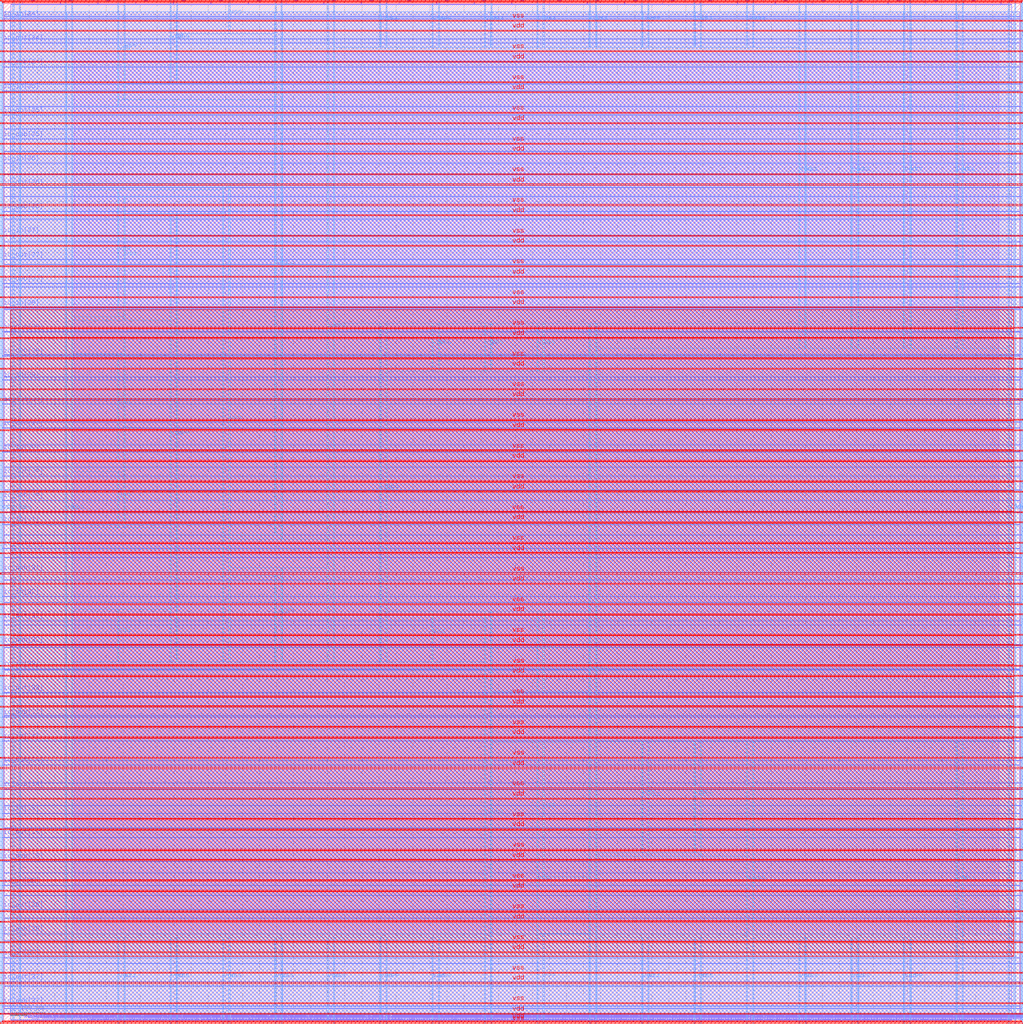
<source format=lef>
VERSION 5.7 ;
  NOWIREEXTENSIONATPIN ON ;
  DIVIDERCHAR "/" ;
  BUSBITCHARS "[]" ;
MACRO user_project_wrapper
  CLASS BLOCK ;
  FOREIGN user_project_wrapper ;
  ORIGIN 0.000 0.000 ;
  SIZE 2980.200 BY 2980.200 ;
  PIN io_in[0]
    DIRECTION INPUT ;
    USE SIGNAL ;
    PORT
      LAYER Metal3 ;
        RECT 2977.800 35.560 2985.000 36.680 ;
    END
  END io_in[0]
  PIN io_in[10]
    DIRECTION INPUT ;
    USE SIGNAL ;
    PORT
      LAYER Metal3 ;
        RECT 2977.800 2017.960 2985.000 2019.080 ;
    END
  END io_in[10]
  PIN io_in[11]
    DIRECTION INPUT ;
    USE SIGNAL ;
    PORT
      LAYER Metal3 ;
        RECT 2977.800 2216.200 2985.000 2217.320 ;
    END
  END io_in[11]
  PIN io_in[12]
    DIRECTION INPUT ;
    USE SIGNAL ;
    PORT
      LAYER Metal3 ;
        RECT 2977.800 2414.440 2985.000 2415.560 ;
    END
  END io_in[12]
  PIN io_in[13]
    DIRECTION INPUT ;
    USE SIGNAL ;
    PORT
      LAYER Metal3 ;
        RECT 2977.800 2612.680 2985.000 2613.800 ;
    END
  END io_in[13]
  PIN io_in[14]
    DIRECTION INPUT ;
    USE SIGNAL ;
    PORT
      LAYER Metal3 ;
        RECT 2977.800 2810.920 2985.000 2812.040 ;
    END
  END io_in[14]
  PIN io_in[15]
    DIRECTION INPUT ;
    USE SIGNAL ;
    PORT
      LAYER Metal2 ;
        RECT 2923.480 2977.800 2924.600 2985.000 ;
    END
  END io_in[15]
  PIN io_in[16]
    DIRECTION INPUT ;
    USE SIGNAL ;
    PORT
      LAYER Metal2 ;
        RECT 2592.520 2977.800 2593.640 2985.000 ;
    END
  END io_in[16]
  PIN io_in[17]
    DIRECTION INPUT ;
    USE SIGNAL ;
    PORT
      LAYER Metal2 ;
        RECT 2261.560 2977.800 2262.680 2985.000 ;
    END
  END io_in[17]
  PIN io_in[18]
    DIRECTION INPUT ;
    USE SIGNAL ;
    PORT
      LAYER Metal2 ;
        RECT 1930.600 2977.800 1931.720 2985.000 ;
    END
  END io_in[18]
  PIN io_in[19]
    DIRECTION INPUT ;
    USE SIGNAL ;
    PORT
      LAYER Metal2 ;
        RECT 1599.640 2977.800 1600.760 2985.000 ;
    END
  END io_in[19]
  PIN io_in[1]
    DIRECTION INPUT ;
    USE SIGNAL ;
    PORT
      LAYER Metal3 ;
        RECT 2977.800 233.800 2985.000 234.920 ;
    END
  END io_in[1]
  PIN io_in[20]
    DIRECTION INPUT ;
    USE SIGNAL ;
    PORT
      LAYER Metal2 ;
        RECT 1268.680 2977.800 1269.800 2985.000 ;
    END
  END io_in[20]
  PIN io_in[21]
    DIRECTION INPUT ;
    USE SIGNAL ;
    PORT
      LAYER Metal2 ;
        RECT 937.720 2977.800 938.840 2985.000 ;
    END
  END io_in[21]
  PIN io_in[22]
    DIRECTION INPUT ;
    USE SIGNAL ;
    PORT
      LAYER Metal2 ;
        RECT 606.760 2977.800 607.880 2985.000 ;
    END
  END io_in[22]
  PIN io_in[23]
    DIRECTION INPUT ;
    USE SIGNAL ;
    PORT
      LAYER Metal2 ;
        RECT 275.800 2977.800 276.920 2985.000 ;
    END
  END io_in[23]
  PIN io_in[24]
    DIRECTION INPUT ;
    USE SIGNAL ;
    PORT
      LAYER Metal3 ;
        RECT -4.800 2935.800 2.400 2936.920 ;
    END
  END io_in[24]
  PIN io_in[25]
    DIRECTION INPUT ;
    USE SIGNAL ;
    PORT
      LAYER Metal3 ;
        RECT -4.800 2724.120 2.400 2725.240 ;
    END
  END io_in[25]
  PIN io_in[26]
    DIRECTION INPUT ;
    USE SIGNAL ;
    PORT
      LAYER Metal3 ;
        RECT -4.800 2512.440 2.400 2513.560 ;
    END
  END io_in[26]
  PIN io_in[27]
    DIRECTION INPUT ;
    USE SIGNAL ;
    PORT
      LAYER Metal3 ;
        RECT -4.800 2300.760 2.400 2301.880 ;
    END
  END io_in[27]
  PIN io_in[28]
    DIRECTION INPUT ;
    USE SIGNAL ;
    PORT
      LAYER Metal3 ;
        RECT -4.800 2089.080 2.400 2090.200 ;
    END
  END io_in[28]
  PIN io_in[29]
    DIRECTION INPUT ;
    USE SIGNAL ;
    PORT
      LAYER Metal3 ;
        RECT -4.800 1877.400 2.400 1878.520 ;
    END
  END io_in[29]
  PIN io_in[2]
    DIRECTION INPUT ;
    USE SIGNAL ;
    PORT
      LAYER Metal3 ;
        RECT 2977.800 432.040 2985.000 433.160 ;
    END
  END io_in[2]
  PIN io_in[30]
    DIRECTION INPUT ;
    USE SIGNAL ;
    PORT
      LAYER Metal3 ;
        RECT -4.800 1665.720 2.400 1666.840 ;
    END
  END io_in[30]
  PIN io_in[31]
    DIRECTION INPUT ;
    USE SIGNAL ;
    PORT
      LAYER Metal3 ;
        RECT -4.800 1454.040 2.400 1455.160 ;
    END
  END io_in[31]
  PIN io_in[32]
    DIRECTION INPUT ;
    USE SIGNAL ;
    PORT
      LAYER Metal3 ;
        RECT -4.800 1242.360 2.400 1243.480 ;
    END
  END io_in[32]
  PIN io_in[33]
    DIRECTION INPUT ;
    USE SIGNAL ;
    PORT
      LAYER Metal3 ;
        RECT -4.800 1030.680 2.400 1031.800 ;
    END
  END io_in[33]
  PIN io_in[34]
    DIRECTION INPUT ;
    USE SIGNAL ;
    PORT
      LAYER Metal3 ;
        RECT -4.800 819.000 2.400 820.120 ;
    END
  END io_in[34]
  PIN io_in[35]
    DIRECTION INPUT ;
    USE SIGNAL ;
    PORT
      LAYER Metal3 ;
        RECT -4.800 607.320 2.400 608.440 ;
    END
  END io_in[35]
  PIN io_in[36]
    DIRECTION INPUT ;
    USE SIGNAL ;
    PORT
      LAYER Metal3 ;
        RECT -4.800 395.640 2.400 396.760 ;
    END
  END io_in[36]
  PIN io_in[37]
    DIRECTION INPUT ;
    USE SIGNAL ;
    PORT
      LAYER Metal3 ;
        RECT -4.800 183.960 2.400 185.080 ;
    END
  END io_in[37]
  PIN io_in[3]
    DIRECTION INPUT ;
    USE SIGNAL ;
    PORT
      LAYER Metal3 ;
        RECT 2977.800 630.280 2985.000 631.400 ;
    END
  END io_in[3]
  PIN io_in[4]
    DIRECTION INPUT ;
    USE SIGNAL ;
    PORT
      LAYER Metal3 ;
        RECT 2977.800 828.520 2985.000 829.640 ;
    END
  END io_in[4]
  PIN io_in[5]
    DIRECTION INPUT ;
    USE SIGNAL ;
    PORT
      LAYER Metal3 ;
        RECT 2977.800 1026.760 2985.000 1027.880 ;
    END
  END io_in[5]
  PIN io_in[6]
    DIRECTION INPUT ;
    USE SIGNAL ;
    PORT
      LAYER Metal3 ;
        RECT 2977.800 1225.000 2985.000 1226.120 ;
    END
  END io_in[6]
  PIN io_in[7]
    DIRECTION INPUT ;
    USE SIGNAL ;
    PORT
      LAYER Metal3 ;
        RECT 2977.800 1423.240 2985.000 1424.360 ;
    END
  END io_in[7]
  PIN io_in[8]
    DIRECTION INPUT ;
    USE SIGNAL ;
    PORT
      LAYER Metal3 ;
        RECT 2977.800 1621.480 2985.000 1622.600 ;
    END
  END io_in[8]
  PIN io_in[9]
    DIRECTION INPUT ;
    USE SIGNAL ;
    PORT
      LAYER Metal3 ;
        RECT 2977.800 1819.720 2985.000 1820.840 ;
    END
  END io_in[9]
  PIN io_oeb[0]
    DIRECTION OUTPUT TRISTATE ;
    USE SIGNAL ;
    PORT
      LAYER Metal3 ;
        RECT 2977.800 167.720 2985.000 168.840 ;
    END
  END io_oeb[0]
  PIN io_oeb[10]
    DIRECTION OUTPUT TRISTATE ;
    USE SIGNAL ;
    PORT
      LAYER Metal3 ;
        RECT 2977.800 2150.120 2985.000 2151.240 ;
    END
  END io_oeb[10]
  PIN io_oeb[11]
    DIRECTION OUTPUT TRISTATE ;
    USE SIGNAL ;
    PORT
      LAYER Metal3 ;
        RECT 2977.800 2348.360 2985.000 2349.480 ;
    END
  END io_oeb[11]
  PIN io_oeb[12]
    DIRECTION OUTPUT TRISTATE ;
    USE SIGNAL ;
    PORT
      LAYER Metal3 ;
        RECT 2977.800 2546.600 2985.000 2547.720 ;
    END
  END io_oeb[12]
  PIN io_oeb[13]
    DIRECTION OUTPUT TRISTATE ;
    USE SIGNAL ;
    PORT
      LAYER Metal3 ;
        RECT 2977.800 2744.840 2985.000 2745.960 ;
    END
  END io_oeb[13]
  PIN io_oeb[14]
    DIRECTION OUTPUT TRISTATE ;
    USE SIGNAL ;
    PORT
      LAYER Metal3 ;
        RECT 2977.800 2943.080 2985.000 2944.200 ;
    END
  END io_oeb[14]
  PIN io_oeb[15]
    DIRECTION OUTPUT TRISTATE ;
    USE SIGNAL ;
    PORT
      LAYER Metal2 ;
        RECT 2702.840 2977.800 2703.960 2985.000 ;
    END
  END io_oeb[15]
  PIN io_oeb[16]
    DIRECTION OUTPUT TRISTATE ;
    USE SIGNAL ;
    PORT
      LAYER Metal2 ;
        RECT 2371.880 2977.800 2373.000 2985.000 ;
    END
  END io_oeb[16]
  PIN io_oeb[17]
    DIRECTION OUTPUT TRISTATE ;
    USE SIGNAL ;
    PORT
      LAYER Metal2 ;
        RECT 2040.920 2977.800 2042.040 2985.000 ;
    END
  END io_oeb[17]
  PIN io_oeb[18]
    DIRECTION OUTPUT TRISTATE ;
    USE SIGNAL ;
    PORT
      LAYER Metal2 ;
        RECT 1709.960 2977.800 1711.080 2985.000 ;
    END
  END io_oeb[18]
  PIN io_oeb[19]
    DIRECTION OUTPUT TRISTATE ;
    USE SIGNAL ;
    PORT
      LAYER Metal2 ;
        RECT 1379.000 2977.800 1380.120 2985.000 ;
    END
  END io_oeb[19]
  PIN io_oeb[1]
    DIRECTION OUTPUT TRISTATE ;
    USE SIGNAL ;
    PORT
      LAYER Metal3 ;
        RECT 2977.800 365.960 2985.000 367.080 ;
    END
  END io_oeb[1]
  PIN io_oeb[20]
    DIRECTION OUTPUT TRISTATE ;
    USE SIGNAL ;
    PORT
      LAYER Metal2 ;
        RECT 1048.040 2977.800 1049.160 2985.000 ;
    END
  END io_oeb[20]
  PIN io_oeb[21]
    DIRECTION OUTPUT TRISTATE ;
    USE SIGNAL ;
    PORT
      LAYER Metal2 ;
        RECT 717.080 2977.800 718.200 2985.000 ;
    END
  END io_oeb[21]
  PIN io_oeb[22]
    DIRECTION OUTPUT TRISTATE ;
    USE SIGNAL ;
    PORT
      LAYER Metal2 ;
        RECT 386.120 2977.800 387.240 2985.000 ;
    END
  END io_oeb[22]
  PIN io_oeb[23]
    DIRECTION OUTPUT TRISTATE ;
    USE SIGNAL ;
    PORT
      LAYER Metal2 ;
        RECT 55.160 2977.800 56.280 2985.000 ;
    END
  END io_oeb[23]
  PIN io_oeb[24]
    DIRECTION OUTPUT TRISTATE ;
    USE SIGNAL ;
    PORT
      LAYER Metal3 ;
        RECT -4.800 2794.680 2.400 2795.800 ;
    END
  END io_oeb[24]
  PIN io_oeb[25]
    DIRECTION OUTPUT TRISTATE ;
    USE SIGNAL ;
    PORT
      LAYER Metal3 ;
        RECT -4.800 2583.000 2.400 2584.120 ;
    END
  END io_oeb[25]
  PIN io_oeb[26]
    DIRECTION OUTPUT TRISTATE ;
    USE SIGNAL ;
    PORT
      LAYER Metal3 ;
        RECT -4.800 2371.320 2.400 2372.440 ;
    END
  END io_oeb[26]
  PIN io_oeb[27]
    DIRECTION OUTPUT TRISTATE ;
    USE SIGNAL ;
    PORT
      LAYER Metal3 ;
        RECT -4.800 2159.640 2.400 2160.760 ;
    END
  END io_oeb[27]
  PIN io_oeb[28]
    DIRECTION OUTPUT TRISTATE ;
    USE SIGNAL ;
    PORT
      LAYER Metal3 ;
        RECT -4.800 1947.960 2.400 1949.080 ;
    END
  END io_oeb[28]
  PIN io_oeb[29]
    DIRECTION OUTPUT TRISTATE ;
    USE SIGNAL ;
    PORT
      LAYER Metal3 ;
        RECT -4.800 1736.280 2.400 1737.400 ;
    END
  END io_oeb[29]
  PIN io_oeb[2]
    DIRECTION OUTPUT TRISTATE ;
    USE SIGNAL ;
    PORT
      LAYER Metal3 ;
        RECT 2977.800 564.200 2985.000 565.320 ;
    END
  END io_oeb[2]
  PIN io_oeb[30]
    DIRECTION OUTPUT TRISTATE ;
    USE SIGNAL ;
    PORT
      LAYER Metal3 ;
        RECT -4.800 1524.600 2.400 1525.720 ;
    END
  END io_oeb[30]
  PIN io_oeb[31]
    DIRECTION OUTPUT TRISTATE ;
    USE SIGNAL ;
    PORT
      LAYER Metal3 ;
        RECT -4.800 1312.920 2.400 1314.040 ;
    END
  END io_oeb[31]
  PIN io_oeb[32]
    DIRECTION OUTPUT TRISTATE ;
    USE SIGNAL ;
    PORT
      LAYER Metal3 ;
        RECT -4.800 1101.240 2.400 1102.360 ;
    END
  END io_oeb[32]
  PIN io_oeb[33]
    DIRECTION OUTPUT TRISTATE ;
    USE SIGNAL ;
    PORT
      LAYER Metal3 ;
        RECT -4.800 889.560 2.400 890.680 ;
    END
  END io_oeb[33]
  PIN io_oeb[34]
    DIRECTION OUTPUT TRISTATE ;
    USE SIGNAL ;
    PORT
      LAYER Metal3 ;
        RECT -4.800 677.880 2.400 679.000 ;
    END
  END io_oeb[34]
  PIN io_oeb[35]
    DIRECTION OUTPUT TRISTATE ;
    USE SIGNAL ;
    PORT
      LAYER Metal3 ;
        RECT -4.800 466.200 2.400 467.320 ;
    END
  END io_oeb[35]
  PIN io_oeb[36]
    DIRECTION OUTPUT TRISTATE ;
    USE SIGNAL ;
    PORT
      LAYER Metal3 ;
        RECT -4.800 254.520 2.400 255.640 ;
    END
  END io_oeb[36]
  PIN io_oeb[37]
    DIRECTION OUTPUT TRISTATE ;
    USE SIGNAL ;
    PORT
      LAYER Metal3 ;
        RECT -4.800 42.840 2.400 43.960 ;
    END
  END io_oeb[37]
  PIN io_oeb[3]
    DIRECTION OUTPUT TRISTATE ;
    USE SIGNAL ;
    PORT
      LAYER Metal3 ;
        RECT 2977.800 762.440 2985.000 763.560 ;
    END
  END io_oeb[3]
  PIN io_oeb[4]
    DIRECTION OUTPUT TRISTATE ;
    USE SIGNAL ;
    PORT
      LAYER Metal3 ;
        RECT 2977.800 960.680 2985.000 961.800 ;
    END
  END io_oeb[4]
  PIN io_oeb[5]
    DIRECTION OUTPUT TRISTATE ;
    USE SIGNAL ;
    PORT
      LAYER Metal3 ;
        RECT 2977.800 1158.920 2985.000 1160.040 ;
    END
  END io_oeb[5]
  PIN io_oeb[6]
    DIRECTION OUTPUT TRISTATE ;
    USE SIGNAL ;
    PORT
      LAYER Metal3 ;
        RECT 2977.800 1357.160 2985.000 1358.280 ;
    END
  END io_oeb[6]
  PIN io_oeb[7]
    DIRECTION OUTPUT TRISTATE ;
    USE SIGNAL ;
    PORT
      LAYER Metal3 ;
        RECT 2977.800 1555.400 2985.000 1556.520 ;
    END
  END io_oeb[7]
  PIN io_oeb[8]
    DIRECTION OUTPUT TRISTATE ;
    USE SIGNAL ;
    PORT
      LAYER Metal3 ;
        RECT 2977.800 1753.640 2985.000 1754.760 ;
    END
  END io_oeb[8]
  PIN io_oeb[9]
    DIRECTION OUTPUT TRISTATE ;
    USE SIGNAL ;
    PORT
      LAYER Metal3 ;
        RECT 2977.800 1951.880 2985.000 1953.000 ;
    END
  END io_oeb[9]
  PIN io_out[0]
    DIRECTION OUTPUT TRISTATE ;
    USE SIGNAL ;
    PORT
      LAYER Metal3 ;
        RECT 2977.800 101.640 2985.000 102.760 ;
    END
  END io_out[0]
  PIN io_out[10]
    DIRECTION OUTPUT TRISTATE ;
    USE SIGNAL ;
    PORT
      LAYER Metal3 ;
        RECT 2977.800 2084.040 2985.000 2085.160 ;
    END
  END io_out[10]
  PIN io_out[11]
    DIRECTION OUTPUT TRISTATE ;
    USE SIGNAL ;
    PORT
      LAYER Metal3 ;
        RECT 2977.800 2282.280 2985.000 2283.400 ;
    END
  END io_out[11]
  PIN io_out[12]
    DIRECTION OUTPUT TRISTATE ;
    USE SIGNAL ;
    PORT
      LAYER Metal3 ;
        RECT 2977.800 2480.520 2985.000 2481.640 ;
    END
  END io_out[12]
  PIN io_out[13]
    DIRECTION OUTPUT TRISTATE ;
    USE SIGNAL ;
    PORT
      LAYER Metal3 ;
        RECT 2977.800 2678.760 2985.000 2679.880 ;
    END
  END io_out[13]
  PIN io_out[14]
    DIRECTION OUTPUT TRISTATE ;
    USE SIGNAL ;
    PORT
      LAYER Metal3 ;
        RECT 2977.800 2877.000 2985.000 2878.120 ;
    END
  END io_out[14]
  PIN io_out[15]
    DIRECTION OUTPUT TRISTATE ;
    USE SIGNAL ;
    PORT
      LAYER Metal2 ;
        RECT 2813.160 2977.800 2814.280 2985.000 ;
    END
  END io_out[15]
  PIN io_out[16]
    DIRECTION OUTPUT TRISTATE ;
    USE SIGNAL ;
    PORT
      LAYER Metal2 ;
        RECT 2482.200 2977.800 2483.320 2985.000 ;
    END
  END io_out[16]
  PIN io_out[17]
    DIRECTION OUTPUT TRISTATE ;
    USE SIGNAL ;
    PORT
      LAYER Metal2 ;
        RECT 2151.240 2977.800 2152.360 2985.000 ;
    END
  END io_out[17]
  PIN io_out[18]
    DIRECTION OUTPUT TRISTATE ;
    USE SIGNAL ;
    PORT
      LAYER Metal2 ;
        RECT 1820.280 2977.800 1821.400 2985.000 ;
    END
  END io_out[18]
  PIN io_out[19]
    DIRECTION OUTPUT TRISTATE ;
    USE SIGNAL ;
    PORT
      LAYER Metal2 ;
        RECT 1489.320 2977.800 1490.440 2985.000 ;
    END
  END io_out[19]
  PIN io_out[1]
    DIRECTION OUTPUT TRISTATE ;
    USE SIGNAL ;
    PORT
      LAYER Metal3 ;
        RECT 2977.800 299.880 2985.000 301.000 ;
    END
  END io_out[1]
  PIN io_out[20]
    DIRECTION OUTPUT TRISTATE ;
    USE SIGNAL ;
    PORT
      LAYER Metal2 ;
        RECT 1158.360 2977.800 1159.480 2985.000 ;
    END
  END io_out[20]
  PIN io_out[21]
    DIRECTION OUTPUT TRISTATE ;
    USE SIGNAL ;
    PORT
      LAYER Metal2 ;
        RECT 827.400 2977.800 828.520 2985.000 ;
    END
  END io_out[21]
  PIN io_out[22]
    DIRECTION OUTPUT TRISTATE ;
    USE SIGNAL ;
    PORT
      LAYER Metal2 ;
        RECT 496.440 2977.800 497.560 2985.000 ;
    END
  END io_out[22]
  PIN io_out[23]
    DIRECTION OUTPUT TRISTATE ;
    USE SIGNAL ;
    PORT
      LAYER Metal2 ;
        RECT 165.480 2977.800 166.600 2985.000 ;
    END
  END io_out[23]
  PIN io_out[24]
    DIRECTION OUTPUT TRISTATE ;
    USE SIGNAL ;
    PORT
      LAYER Metal3 ;
        RECT -4.800 2865.240 2.400 2866.360 ;
    END
  END io_out[24]
  PIN io_out[25]
    DIRECTION OUTPUT TRISTATE ;
    USE SIGNAL ;
    PORT
      LAYER Metal3 ;
        RECT -4.800 2653.560 2.400 2654.680 ;
    END
  END io_out[25]
  PIN io_out[26]
    DIRECTION OUTPUT TRISTATE ;
    USE SIGNAL ;
    PORT
      LAYER Metal3 ;
        RECT -4.800 2441.880 2.400 2443.000 ;
    END
  END io_out[26]
  PIN io_out[27]
    DIRECTION OUTPUT TRISTATE ;
    USE SIGNAL ;
    PORT
      LAYER Metal3 ;
        RECT -4.800 2230.200 2.400 2231.320 ;
    END
  END io_out[27]
  PIN io_out[28]
    DIRECTION OUTPUT TRISTATE ;
    USE SIGNAL ;
    PORT
      LAYER Metal3 ;
        RECT -4.800 2018.520 2.400 2019.640 ;
    END
  END io_out[28]
  PIN io_out[29]
    DIRECTION OUTPUT TRISTATE ;
    USE SIGNAL ;
    PORT
      LAYER Metal3 ;
        RECT -4.800 1806.840 2.400 1807.960 ;
    END
  END io_out[29]
  PIN io_out[2]
    DIRECTION OUTPUT TRISTATE ;
    USE SIGNAL ;
    PORT
      LAYER Metal3 ;
        RECT 2977.800 498.120 2985.000 499.240 ;
    END
  END io_out[2]
  PIN io_out[30]
    DIRECTION OUTPUT TRISTATE ;
    USE SIGNAL ;
    PORT
      LAYER Metal3 ;
        RECT -4.800 1595.160 2.400 1596.280 ;
    END
  END io_out[30]
  PIN io_out[31]
    DIRECTION OUTPUT TRISTATE ;
    USE SIGNAL ;
    PORT
      LAYER Metal3 ;
        RECT -4.800 1383.480 2.400 1384.600 ;
    END
  END io_out[31]
  PIN io_out[32]
    DIRECTION OUTPUT TRISTATE ;
    USE SIGNAL ;
    PORT
      LAYER Metal3 ;
        RECT -4.800 1171.800 2.400 1172.920 ;
    END
  END io_out[32]
  PIN io_out[33]
    DIRECTION OUTPUT TRISTATE ;
    USE SIGNAL ;
    PORT
      LAYER Metal3 ;
        RECT -4.800 960.120 2.400 961.240 ;
    END
  END io_out[33]
  PIN io_out[34]
    DIRECTION OUTPUT TRISTATE ;
    USE SIGNAL ;
    PORT
      LAYER Metal3 ;
        RECT -4.800 748.440 2.400 749.560 ;
    END
  END io_out[34]
  PIN io_out[35]
    DIRECTION OUTPUT TRISTATE ;
    USE SIGNAL ;
    PORT
      LAYER Metal3 ;
        RECT -4.800 536.760 2.400 537.880 ;
    END
  END io_out[35]
  PIN io_out[36]
    DIRECTION OUTPUT TRISTATE ;
    USE SIGNAL ;
    PORT
      LAYER Metal3 ;
        RECT -4.800 325.080 2.400 326.200 ;
    END
  END io_out[36]
  PIN io_out[37]
    DIRECTION OUTPUT TRISTATE ;
    USE SIGNAL ;
    PORT
      LAYER Metal3 ;
        RECT -4.800 113.400 2.400 114.520 ;
    END
  END io_out[37]
  PIN io_out[3]
    DIRECTION OUTPUT TRISTATE ;
    USE SIGNAL ;
    PORT
      LAYER Metal3 ;
        RECT 2977.800 696.360 2985.000 697.480 ;
    END
  END io_out[3]
  PIN io_out[4]
    DIRECTION OUTPUT TRISTATE ;
    USE SIGNAL ;
    PORT
      LAYER Metal3 ;
        RECT 2977.800 894.600 2985.000 895.720 ;
    END
  END io_out[4]
  PIN io_out[5]
    DIRECTION OUTPUT TRISTATE ;
    USE SIGNAL ;
    PORT
      LAYER Metal3 ;
        RECT 2977.800 1092.840 2985.000 1093.960 ;
    END
  END io_out[5]
  PIN io_out[6]
    DIRECTION OUTPUT TRISTATE ;
    USE SIGNAL ;
    PORT
      LAYER Metal3 ;
        RECT 2977.800 1291.080 2985.000 1292.200 ;
    END
  END io_out[6]
  PIN io_out[7]
    DIRECTION OUTPUT TRISTATE ;
    USE SIGNAL ;
    PORT
      LAYER Metal3 ;
        RECT 2977.800 1489.320 2985.000 1490.440 ;
    END
  END io_out[7]
  PIN io_out[8]
    DIRECTION OUTPUT TRISTATE ;
    USE SIGNAL ;
    PORT
      LAYER Metal3 ;
        RECT 2977.800 1687.560 2985.000 1688.680 ;
    END
  END io_out[8]
  PIN io_out[9]
    DIRECTION OUTPUT TRISTATE ;
    USE SIGNAL ;
    PORT
      LAYER Metal3 ;
        RECT 2977.800 1885.800 2985.000 1886.920 ;
    END
  END io_out[9]
  PIN la_data_in[0]
    DIRECTION INPUT ;
    USE SIGNAL ;
    PORT
      LAYER Metal2 ;
        RECT 1065.960 -4.800 1067.080 2.400 ;
    END
  END la_data_in[0]
  PIN la_data_in[10]
    DIRECTION INPUT ;
    USE SIGNAL ;
    PORT
      LAYER Metal2 ;
        RECT 1351.560 -4.800 1352.680 2.400 ;
    END
  END la_data_in[10]
  PIN la_data_in[11]
    DIRECTION INPUT ;
    USE SIGNAL ;
    PORT
      LAYER Metal2 ;
        RECT 1380.120 -4.800 1381.240 2.400 ;
    END
  END la_data_in[11]
  PIN la_data_in[12]
    DIRECTION INPUT ;
    USE SIGNAL ;
    PORT
      LAYER Metal2 ;
        RECT 1408.680 -4.800 1409.800 2.400 ;
    END
  END la_data_in[12]
  PIN la_data_in[13]
    DIRECTION INPUT ;
    USE SIGNAL ;
    PORT
      LAYER Metal2 ;
        RECT 1437.240 -4.800 1438.360 2.400 ;
    END
  END la_data_in[13]
  PIN la_data_in[14]
    DIRECTION INPUT ;
    USE SIGNAL ;
    PORT
      LAYER Metal2 ;
        RECT 1465.800 -4.800 1466.920 2.400 ;
    END
  END la_data_in[14]
  PIN la_data_in[15]
    DIRECTION INPUT ;
    USE SIGNAL ;
    PORT
      LAYER Metal2 ;
        RECT 1494.360 -4.800 1495.480 2.400 ;
    END
  END la_data_in[15]
  PIN la_data_in[16]
    DIRECTION INPUT ;
    USE SIGNAL ;
    PORT
      LAYER Metal2 ;
        RECT 1522.920 -4.800 1524.040 2.400 ;
    END
  END la_data_in[16]
  PIN la_data_in[17]
    DIRECTION INPUT ;
    USE SIGNAL ;
    PORT
      LAYER Metal2 ;
        RECT 1551.480 -4.800 1552.600 2.400 ;
    END
  END la_data_in[17]
  PIN la_data_in[18]
    DIRECTION INPUT ;
    USE SIGNAL ;
    PORT
      LAYER Metal2 ;
        RECT 1580.040 -4.800 1581.160 2.400 ;
    END
  END la_data_in[18]
  PIN la_data_in[19]
    DIRECTION INPUT ;
    USE SIGNAL ;
    PORT
      LAYER Metal2 ;
        RECT 1608.600 -4.800 1609.720 2.400 ;
    END
  END la_data_in[19]
  PIN la_data_in[1]
    DIRECTION INPUT ;
    USE SIGNAL ;
    PORT
      LAYER Metal2 ;
        RECT 1094.520 -4.800 1095.640 2.400 ;
    END
  END la_data_in[1]
  PIN la_data_in[20]
    DIRECTION INPUT ;
    USE SIGNAL ;
    PORT
      LAYER Metal2 ;
        RECT 1637.160 -4.800 1638.280 2.400 ;
    END
  END la_data_in[20]
  PIN la_data_in[21]
    DIRECTION INPUT ;
    USE SIGNAL ;
    PORT
      LAYER Metal2 ;
        RECT 1665.720 -4.800 1666.840 2.400 ;
    END
  END la_data_in[21]
  PIN la_data_in[22]
    DIRECTION INPUT ;
    USE SIGNAL ;
    PORT
      LAYER Metal2 ;
        RECT 1694.280 -4.800 1695.400 2.400 ;
    END
  END la_data_in[22]
  PIN la_data_in[23]
    DIRECTION INPUT ;
    USE SIGNAL ;
    PORT
      LAYER Metal2 ;
        RECT 1722.840 -4.800 1723.960 2.400 ;
    END
  END la_data_in[23]
  PIN la_data_in[24]
    DIRECTION INPUT ;
    USE SIGNAL ;
    PORT
      LAYER Metal2 ;
        RECT 1751.400 -4.800 1752.520 2.400 ;
    END
  END la_data_in[24]
  PIN la_data_in[25]
    DIRECTION INPUT ;
    USE SIGNAL ;
    PORT
      LAYER Metal2 ;
        RECT 1779.960 -4.800 1781.080 2.400 ;
    END
  END la_data_in[25]
  PIN la_data_in[26]
    DIRECTION INPUT ;
    USE SIGNAL ;
    PORT
      LAYER Metal2 ;
        RECT 1808.520 -4.800 1809.640 2.400 ;
    END
  END la_data_in[26]
  PIN la_data_in[27]
    DIRECTION INPUT ;
    USE SIGNAL ;
    PORT
      LAYER Metal2 ;
        RECT 1837.080 -4.800 1838.200 2.400 ;
    END
  END la_data_in[27]
  PIN la_data_in[28]
    DIRECTION INPUT ;
    USE SIGNAL ;
    PORT
      LAYER Metal2 ;
        RECT 1865.640 -4.800 1866.760 2.400 ;
    END
  END la_data_in[28]
  PIN la_data_in[29]
    DIRECTION INPUT ;
    USE SIGNAL ;
    PORT
      LAYER Metal2 ;
        RECT 1894.200 -4.800 1895.320 2.400 ;
    END
  END la_data_in[29]
  PIN la_data_in[2]
    DIRECTION INPUT ;
    USE SIGNAL ;
    PORT
      LAYER Metal2 ;
        RECT 1123.080 -4.800 1124.200 2.400 ;
    END
  END la_data_in[2]
  PIN la_data_in[30]
    DIRECTION INPUT ;
    USE SIGNAL ;
    PORT
      LAYER Metal2 ;
        RECT 1922.760 -4.800 1923.880 2.400 ;
    END
  END la_data_in[30]
  PIN la_data_in[31]
    DIRECTION INPUT ;
    USE SIGNAL ;
    PORT
      LAYER Metal2 ;
        RECT 1951.320 -4.800 1952.440 2.400 ;
    END
  END la_data_in[31]
  PIN la_data_in[32]
    DIRECTION INPUT ;
    USE SIGNAL ;
    PORT
      LAYER Metal2 ;
        RECT 1979.880 -4.800 1981.000 2.400 ;
    END
  END la_data_in[32]
  PIN la_data_in[33]
    DIRECTION INPUT ;
    USE SIGNAL ;
    PORT
      LAYER Metal2 ;
        RECT 2008.440 -4.800 2009.560 2.400 ;
    END
  END la_data_in[33]
  PIN la_data_in[34]
    DIRECTION INPUT ;
    USE SIGNAL ;
    PORT
      LAYER Metal2 ;
        RECT 2037.000 -4.800 2038.120 2.400 ;
    END
  END la_data_in[34]
  PIN la_data_in[35]
    DIRECTION INPUT ;
    USE SIGNAL ;
    PORT
      LAYER Metal2 ;
        RECT 2065.560 -4.800 2066.680 2.400 ;
    END
  END la_data_in[35]
  PIN la_data_in[36]
    DIRECTION INPUT ;
    USE SIGNAL ;
    PORT
      LAYER Metal2 ;
        RECT 2094.120 -4.800 2095.240 2.400 ;
    END
  END la_data_in[36]
  PIN la_data_in[37]
    DIRECTION INPUT ;
    USE SIGNAL ;
    PORT
      LAYER Metal2 ;
        RECT 2122.680 -4.800 2123.800 2.400 ;
    END
  END la_data_in[37]
  PIN la_data_in[38]
    DIRECTION INPUT ;
    USE SIGNAL ;
    PORT
      LAYER Metal2 ;
        RECT 2151.240 -4.800 2152.360 2.400 ;
    END
  END la_data_in[38]
  PIN la_data_in[39]
    DIRECTION INPUT ;
    USE SIGNAL ;
    PORT
      LAYER Metal2 ;
        RECT 2179.800 -4.800 2180.920 2.400 ;
    END
  END la_data_in[39]
  PIN la_data_in[3]
    DIRECTION INPUT ;
    USE SIGNAL ;
    PORT
      LAYER Metal2 ;
        RECT 1151.640 -4.800 1152.760 2.400 ;
    END
  END la_data_in[3]
  PIN la_data_in[40]
    DIRECTION INPUT ;
    USE SIGNAL ;
    PORT
      LAYER Metal2 ;
        RECT 2208.360 -4.800 2209.480 2.400 ;
    END
  END la_data_in[40]
  PIN la_data_in[41]
    DIRECTION INPUT ;
    USE SIGNAL ;
    PORT
      LAYER Metal2 ;
        RECT 2236.920 -4.800 2238.040 2.400 ;
    END
  END la_data_in[41]
  PIN la_data_in[42]
    DIRECTION INPUT ;
    USE SIGNAL ;
    PORT
      LAYER Metal2 ;
        RECT 2265.480 -4.800 2266.600 2.400 ;
    END
  END la_data_in[42]
  PIN la_data_in[43]
    DIRECTION INPUT ;
    USE SIGNAL ;
    PORT
      LAYER Metal2 ;
        RECT 2294.040 -4.800 2295.160 2.400 ;
    END
  END la_data_in[43]
  PIN la_data_in[44]
    DIRECTION INPUT ;
    USE SIGNAL ;
    PORT
      LAYER Metal2 ;
        RECT 2322.600 -4.800 2323.720 2.400 ;
    END
  END la_data_in[44]
  PIN la_data_in[45]
    DIRECTION INPUT ;
    USE SIGNAL ;
    PORT
      LAYER Metal2 ;
        RECT 2351.160 -4.800 2352.280 2.400 ;
    END
  END la_data_in[45]
  PIN la_data_in[46]
    DIRECTION INPUT ;
    USE SIGNAL ;
    PORT
      LAYER Metal2 ;
        RECT 2379.720 -4.800 2380.840 2.400 ;
    END
  END la_data_in[46]
  PIN la_data_in[47]
    DIRECTION INPUT ;
    USE SIGNAL ;
    PORT
      LAYER Metal2 ;
        RECT 2408.280 -4.800 2409.400 2.400 ;
    END
  END la_data_in[47]
  PIN la_data_in[48]
    DIRECTION INPUT ;
    USE SIGNAL ;
    PORT
      LAYER Metal2 ;
        RECT 2436.840 -4.800 2437.960 2.400 ;
    END
  END la_data_in[48]
  PIN la_data_in[49]
    DIRECTION INPUT ;
    USE SIGNAL ;
    PORT
      LAYER Metal2 ;
        RECT 2465.400 -4.800 2466.520 2.400 ;
    END
  END la_data_in[49]
  PIN la_data_in[4]
    DIRECTION INPUT ;
    USE SIGNAL ;
    PORT
      LAYER Metal2 ;
        RECT 1180.200 -4.800 1181.320 2.400 ;
    END
  END la_data_in[4]
  PIN la_data_in[50]
    DIRECTION INPUT ;
    USE SIGNAL ;
    PORT
      LAYER Metal2 ;
        RECT 2493.960 -4.800 2495.080 2.400 ;
    END
  END la_data_in[50]
  PIN la_data_in[51]
    DIRECTION INPUT ;
    USE SIGNAL ;
    PORT
      LAYER Metal2 ;
        RECT 2522.520 -4.800 2523.640 2.400 ;
    END
  END la_data_in[51]
  PIN la_data_in[52]
    DIRECTION INPUT ;
    USE SIGNAL ;
    PORT
      LAYER Metal2 ;
        RECT 2551.080 -4.800 2552.200 2.400 ;
    END
  END la_data_in[52]
  PIN la_data_in[53]
    DIRECTION INPUT ;
    USE SIGNAL ;
    PORT
      LAYER Metal2 ;
        RECT 2579.640 -4.800 2580.760 2.400 ;
    END
  END la_data_in[53]
  PIN la_data_in[54]
    DIRECTION INPUT ;
    USE SIGNAL ;
    PORT
      LAYER Metal2 ;
        RECT 2608.200 -4.800 2609.320 2.400 ;
    END
  END la_data_in[54]
  PIN la_data_in[55]
    DIRECTION INPUT ;
    USE SIGNAL ;
    PORT
      LAYER Metal2 ;
        RECT 2636.760 -4.800 2637.880 2.400 ;
    END
  END la_data_in[55]
  PIN la_data_in[56]
    DIRECTION INPUT ;
    USE SIGNAL ;
    PORT
      LAYER Metal2 ;
        RECT 2665.320 -4.800 2666.440 2.400 ;
    END
  END la_data_in[56]
  PIN la_data_in[57]
    DIRECTION INPUT ;
    USE SIGNAL ;
    PORT
      LAYER Metal2 ;
        RECT 2693.880 -4.800 2695.000 2.400 ;
    END
  END la_data_in[57]
  PIN la_data_in[58]
    DIRECTION INPUT ;
    USE SIGNAL ;
    PORT
      LAYER Metal2 ;
        RECT 2722.440 -4.800 2723.560 2.400 ;
    END
  END la_data_in[58]
  PIN la_data_in[59]
    DIRECTION INPUT ;
    USE SIGNAL ;
    PORT
      LAYER Metal2 ;
        RECT 2751.000 -4.800 2752.120 2.400 ;
    END
  END la_data_in[59]
  PIN la_data_in[5]
    DIRECTION INPUT ;
    USE SIGNAL ;
    PORT
      LAYER Metal2 ;
        RECT 1208.760 -4.800 1209.880 2.400 ;
    END
  END la_data_in[5]
  PIN la_data_in[60]
    DIRECTION INPUT ;
    USE SIGNAL ;
    PORT
      LAYER Metal2 ;
        RECT 2779.560 -4.800 2780.680 2.400 ;
    END
  END la_data_in[60]
  PIN la_data_in[61]
    DIRECTION INPUT ;
    USE SIGNAL ;
    PORT
      LAYER Metal2 ;
        RECT 2808.120 -4.800 2809.240 2.400 ;
    END
  END la_data_in[61]
  PIN la_data_in[62]
    DIRECTION INPUT ;
    USE SIGNAL ;
    PORT
      LAYER Metal2 ;
        RECT 2836.680 -4.800 2837.800 2.400 ;
    END
  END la_data_in[62]
  PIN la_data_in[63]
    DIRECTION INPUT ;
    USE SIGNAL ;
    PORT
      LAYER Metal2 ;
        RECT 2865.240 -4.800 2866.360 2.400 ;
    END
  END la_data_in[63]
  PIN la_data_in[6]
    DIRECTION INPUT ;
    USE SIGNAL ;
    PORT
      LAYER Metal2 ;
        RECT 1237.320 -4.800 1238.440 2.400 ;
    END
  END la_data_in[6]
  PIN la_data_in[7]
    DIRECTION INPUT ;
    USE SIGNAL ;
    PORT
      LAYER Metal2 ;
        RECT 1265.880 -4.800 1267.000 2.400 ;
    END
  END la_data_in[7]
  PIN la_data_in[8]
    DIRECTION INPUT ;
    USE SIGNAL ;
    PORT
      LAYER Metal2 ;
        RECT 1294.440 -4.800 1295.560 2.400 ;
    END
  END la_data_in[8]
  PIN la_data_in[9]
    DIRECTION INPUT ;
    USE SIGNAL ;
    PORT
      LAYER Metal2 ;
        RECT 1323.000 -4.800 1324.120 2.400 ;
    END
  END la_data_in[9]
  PIN la_data_out[0]
    DIRECTION OUTPUT TRISTATE ;
    USE SIGNAL ;
    PORT
      LAYER Metal2 ;
        RECT 1075.480 -4.800 1076.600 2.400 ;
    END
  END la_data_out[0]
  PIN la_data_out[10]
    DIRECTION OUTPUT TRISTATE ;
    USE SIGNAL ;
    PORT
      LAYER Metal2 ;
        RECT 1361.080 -4.800 1362.200 2.400 ;
    END
  END la_data_out[10]
  PIN la_data_out[11]
    DIRECTION OUTPUT TRISTATE ;
    USE SIGNAL ;
    PORT
      LAYER Metal2 ;
        RECT 1389.640 -4.800 1390.760 2.400 ;
    END
  END la_data_out[11]
  PIN la_data_out[12]
    DIRECTION OUTPUT TRISTATE ;
    USE SIGNAL ;
    PORT
      LAYER Metal2 ;
        RECT 1418.200 -4.800 1419.320 2.400 ;
    END
  END la_data_out[12]
  PIN la_data_out[13]
    DIRECTION OUTPUT TRISTATE ;
    USE SIGNAL ;
    PORT
      LAYER Metal2 ;
        RECT 1446.760 -4.800 1447.880 2.400 ;
    END
  END la_data_out[13]
  PIN la_data_out[14]
    DIRECTION OUTPUT TRISTATE ;
    USE SIGNAL ;
    PORT
      LAYER Metal2 ;
        RECT 1475.320 -4.800 1476.440 2.400 ;
    END
  END la_data_out[14]
  PIN la_data_out[15]
    DIRECTION OUTPUT TRISTATE ;
    USE SIGNAL ;
    PORT
      LAYER Metal2 ;
        RECT 1503.880 -4.800 1505.000 2.400 ;
    END
  END la_data_out[15]
  PIN la_data_out[16]
    DIRECTION OUTPUT TRISTATE ;
    USE SIGNAL ;
    PORT
      LAYER Metal2 ;
        RECT 1532.440 -4.800 1533.560 2.400 ;
    END
  END la_data_out[16]
  PIN la_data_out[17]
    DIRECTION OUTPUT TRISTATE ;
    USE SIGNAL ;
    PORT
      LAYER Metal2 ;
        RECT 1561.000 -4.800 1562.120 2.400 ;
    END
  END la_data_out[17]
  PIN la_data_out[18]
    DIRECTION OUTPUT TRISTATE ;
    USE SIGNAL ;
    PORT
      LAYER Metal2 ;
        RECT 1589.560 -4.800 1590.680 2.400 ;
    END
  END la_data_out[18]
  PIN la_data_out[19]
    DIRECTION OUTPUT TRISTATE ;
    USE SIGNAL ;
    PORT
      LAYER Metal2 ;
        RECT 1618.120 -4.800 1619.240 2.400 ;
    END
  END la_data_out[19]
  PIN la_data_out[1]
    DIRECTION OUTPUT TRISTATE ;
    USE SIGNAL ;
    PORT
      LAYER Metal2 ;
        RECT 1104.040 -4.800 1105.160 2.400 ;
    END
  END la_data_out[1]
  PIN la_data_out[20]
    DIRECTION OUTPUT TRISTATE ;
    USE SIGNAL ;
    PORT
      LAYER Metal2 ;
        RECT 1646.680 -4.800 1647.800 2.400 ;
    END
  END la_data_out[20]
  PIN la_data_out[21]
    DIRECTION OUTPUT TRISTATE ;
    USE SIGNAL ;
    PORT
      LAYER Metal2 ;
        RECT 1675.240 -4.800 1676.360 2.400 ;
    END
  END la_data_out[21]
  PIN la_data_out[22]
    DIRECTION OUTPUT TRISTATE ;
    USE SIGNAL ;
    PORT
      LAYER Metal2 ;
        RECT 1703.800 -4.800 1704.920 2.400 ;
    END
  END la_data_out[22]
  PIN la_data_out[23]
    DIRECTION OUTPUT TRISTATE ;
    USE SIGNAL ;
    PORT
      LAYER Metal2 ;
        RECT 1732.360 -4.800 1733.480 2.400 ;
    END
  END la_data_out[23]
  PIN la_data_out[24]
    DIRECTION OUTPUT TRISTATE ;
    USE SIGNAL ;
    PORT
      LAYER Metal2 ;
        RECT 1760.920 -4.800 1762.040 2.400 ;
    END
  END la_data_out[24]
  PIN la_data_out[25]
    DIRECTION OUTPUT TRISTATE ;
    USE SIGNAL ;
    PORT
      LAYER Metal2 ;
        RECT 1789.480 -4.800 1790.600 2.400 ;
    END
  END la_data_out[25]
  PIN la_data_out[26]
    DIRECTION OUTPUT TRISTATE ;
    USE SIGNAL ;
    PORT
      LAYER Metal2 ;
        RECT 1818.040 -4.800 1819.160 2.400 ;
    END
  END la_data_out[26]
  PIN la_data_out[27]
    DIRECTION OUTPUT TRISTATE ;
    USE SIGNAL ;
    PORT
      LAYER Metal2 ;
        RECT 1846.600 -4.800 1847.720 2.400 ;
    END
  END la_data_out[27]
  PIN la_data_out[28]
    DIRECTION OUTPUT TRISTATE ;
    USE SIGNAL ;
    PORT
      LAYER Metal2 ;
        RECT 1875.160 -4.800 1876.280 2.400 ;
    END
  END la_data_out[28]
  PIN la_data_out[29]
    DIRECTION OUTPUT TRISTATE ;
    USE SIGNAL ;
    PORT
      LAYER Metal2 ;
        RECT 1903.720 -4.800 1904.840 2.400 ;
    END
  END la_data_out[29]
  PIN la_data_out[2]
    DIRECTION OUTPUT TRISTATE ;
    USE SIGNAL ;
    PORT
      LAYER Metal2 ;
        RECT 1132.600 -4.800 1133.720 2.400 ;
    END
  END la_data_out[2]
  PIN la_data_out[30]
    DIRECTION OUTPUT TRISTATE ;
    USE SIGNAL ;
    PORT
      LAYER Metal2 ;
        RECT 1932.280 -4.800 1933.400 2.400 ;
    END
  END la_data_out[30]
  PIN la_data_out[31]
    DIRECTION OUTPUT TRISTATE ;
    USE SIGNAL ;
    PORT
      LAYER Metal2 ;
        RECT 1960.840 -4.800 1961.960 2.400 ;
    END
  END la_data_out[31]
  PIN la_data_out[32]
    DIRECTION OUTPUT TRISTATE ;
    USE SIGNAL ;
    PORT
      LAYER Metal2 ;
        RECT 1989.400 -4.800 1990.520 2.400 ;
    END
  END la_data_out[32]
  PIN la_data_out[33]
    DIRECTION OUTPUT TRISTATE ;
    USE SIGNAL ;
    PORT
      LAYER Metal2 ;
        RECT 2017.960 -4.800 2019.080 2.400 ;
    END
  END la_data_out[33]
  PIN la_data_out[34]
    DIRECTION OUTPUT TRISTATE ;
    USE SIGNAL ;
    PORT
      LAYER Metal2 ;
        RECT 2046.520 -4.800 2047.640 2.400 ;
    END
  END la_data_out[34]
  PIN la_data_out[35]
    DIRECTION OUTPUT TRISTATE ;
    USE SIGNAL ;
    PORT
      LAYER Metal2 ;
        RECT 2075.080 -4.800 2076.200 2.400 ;
    END
  END la_data_out[35]
  PIN la_data_out[36]
    DIRECTION OUTPUT TRISTATE ;
    USE SIGNAL ;
    PORT
      LAYER Metal2 ;
        RECT 2103.640 -4.800 2104.760 2.400 ;
    END
  END la_data_out[36]
  PIN la_data_out[37]
    DIRECTION OUTPUT TRISTATE ;
    USE SIGNAL ;
    PORT
      LAYER Metal2 ;
        RECT 2132.200 -4.800 2133.320 2.400 ;
    END
  END la_data_out[37]
  PIN la_data_out[38]
    DIRECTION OUTPUT TRISTATE ;
    USE SIGNAL ;
    PORT
      LAYER Metal2 ;
        RECT 2160.760 -4.800 2161.880 2.400 ;
    END
  END la_data_out[38]
  PIN la_data_out[39]
    DIRECTION OUTPUT TRISTATE ;
    USE SIGNAL ;
    PORT
      LAYER Metal2 ;
        RECT 2189.320 -4.800 2190.440 2.400 ;
    END
  END la_data_out[39]
  PIN la_data_out[3]
    DIRECTION OUTPUT TRISTATE ;
    USE SIGNAL ;
    PORT
      LAYER Metal2 ;
        RECT 1161.160 -4.800 1162.280 2.400 ;
    END
  END la_data_out[3]
  PIN la_data_out[40]
    DIRECTION OUTPUT TRISTATE ;
    USE SIGNAL ;
    PORT
      LAYER Metal2 ;
        RECT 2217.880 -4.800 2219.000 2.400 ;
    END
  END la_data_out[40]
  PIN la_data_out[41]
    DIRECTION OUTPUT TRISTATE ;
    USE SIGNAL ;
    PORT
      LAYER Metal2 ;
        RECT 2246.440 -4.800 2247.560 2.400 ;
    END
  END la_data_out[41]
  PIN la_data_out[42]
    DIRECTION OUTPUT TRISTATE ;
    USE SIGNAL ;
    PORT
      LAYER Metal2 ;
        RECT 2275.000 -4.800 2276.120 2.400 ;
    END
  END la_data_out[42]
  PIN la_data_out[43]
    DIRECTION OUTPUT TRISTATE ;
    USE SIGNAL ;
    PORT
      LAYER Metal2 ;
        RECT 2303.560 -4.800 2304.680 2.400 ;
    END
  END la_data_out[43]
  PIN la_data_out[44]
    DIRECTION OUTPUT TRISTATE ;
    USE SIGNAL ;
    PORT
      LAYER Metal2 ;
        RECT 2332.120 -4.800 2333.240 2.400 ;
    END
  END la_data_out[44]
  PIN la_data_out[45]
    DIRECTION OUTPUT TRISTATE ;
    USE SIGNAL ;
    PORT
      LAYER Metal2 ;
        RECT 2360.680 -4.800 2361.800 2.400 ;
    END
  END la_data_out[45]
  PIN la_data_out[46]
    DIRECTION OUTPUT TRISTATE ;
    USE SIGNAL ;
    PORT
      LAYER Metal2 ;
        RECT 2389.240 -4.800 2390.360 2.400 ;
    END
  END la_data_out[46]
  PIN la_data_out[47]
    DIRECTION OUTPUT TRISTATE ;
    USE SIGNAL ;
    PORT
      LAYER Metal2 ;
        RECT 2417.800 -4.800 2418.920 2.400 ;
    END
  END la_data_out[47]
  PIN la_data_out[48]
    DIRECTION OUTPUT TRISTATE ;
    USE SIGNAL ;
    PORT
      LAYER Metal2 ;
        RECT 2446.360 -4.800 2447.480 2.400 ;
    END
  END la_data_out[48]
  PIN la_data_out[49]
    DIRECTION OUTPUT TRISTATE ;
    USE SIGNAL ;
    PORT
      LAYER Metal2 ;
        RECT 2474.920 -4.800 2476.040 2.400 ;
    END
  END la_data_out[49]
  PIN la_data_out[4]
    DIRECTION OUTPUT TRISTATE ;
    USE SIGNAL ;
    PORT
      LAYER Metal2 ;
        RECT 1189.720 -4.800 1190.840 2.400 ;
    END
  END la_data_out[4]
  PIN la_data_out[50]
    DIRECTION OUTPUT TRISTATE ;
    USE SIGNAL ;
    PORT
      LAYER Metal2 ;
        RECT 2503.480 -4.800 2504.600 2.400 ;
    END
  END la_data_out[50]
  PIN la_data_out[51]
    DIRECTION OUTPUT TRISTATE ;
    USE SIGNAL ;
    PORT
      LAYER Metal2 ;
        RECT 2532.040 -4.800 2533.160 2.400 ;
    END
  END la_data_out[51]
  PIN la_data_out[52]
    DIRECTION OUTPUT TRISTATE ;
    USE SIGNAL ;
    PORT
      LAYER Metal2 ;
        RECT 2560.600 -4.800 2561.720 2.400 ;
    END
  END la_data_out[52]
  PIN la_data_out[53]
    DIRECTION OUTPUT TRISTATE ;
    USE SIGNAL ;
    PORT
      LAYER Metal2 ;
        RECT 2589.160 -4.800 2590.280 2.400 ;
    END
  END la_data_out[53]
  PIN la_data_out[54]
    DIRECTION OUTPUT TRISTATE ;
    USE SIGNAL ;
    PORT
      LAYER Metal2 ;
        RECT 2617.720 -4.800 2618.840 2.400 ;
    END
  END la_data_out[54]
  PIN la_data_out[55]
    DIRECTION OUTPUT TRISTATE ;
    USE SIGNAL ;
    PORT
      LAYER Metal2 ;
        RECT 2646.280 -4.800 2647.400 2.400 ;
    END
  END la_data_out[55]
  PIN la_data_out[56]
    DIRECTION OUTPUT TRISTATE ;
    USE SIGNAL ;
    PORT
      LAYER Metal2 ;
        RECT 2674.840 -4.800 2675.960 2.400 ;
    END
  END la_data_out[56]
  PIN la_data_out[57]
    DIRECTION OUTPUT TRISTATE ;
    USE SIGNAL ;
    PORT
      LAYER Metal2 ;
        RECT 2703.400 -4.800 2704.520 2.400 ;
    END
  END la_data_out[57]
  PIN la_data_out[58]
    DIRECTION OUTPUT TRISTATE ;
    USE SIGNAL ;
    PORT
      LAYER Metal2 ;
        RECT 2731.960 -4.800 2733.080 2.400 ;
    END
  END la_data_out[58]
  PIN la_data_out[59]
    DIRECTION OUTPUT TRISTATE ;
    USE SIGNAL ;
    PORT
      LAYER Metal2 ;
        RECT 2760.520 -4.800 2761.640 2.400 ;
    END
  END la_data_out[59]
  PIN la_data_out[5]
    DIRECTION OUTPUT TRISTATE ;
    USE SIGNAL ;
    PORT
      LAYER Metal2 ;
        RECT 1218.280 -4.800 1219.400 2.400 ;
    END
  END la_data_out[5]
  PIN la_data_out[60]
    DIRECTION OUTPUT TRISTATE ;
    USE SIGNAL ;
    PORT
      LAYER Metal2 ;
        RECT 2789.080 -4.800 2790.200 2.400 ;
    END
  END la_data_out[60]
  PIN la_data_out[61]
    DIRECTION OUTPUT TRISTATE ;
    USE SIGNAL ;
    PORT
      LAYER Metal2 ;
        RECT 2817.640 -4.800 2818.760 2.400 ;
    END
  END la_data_out[61]
  PIN la_data_out[62]
    DIRECTION OUTPUT TRISTATE ;
    USE SIGNAL ;
    PORT
      LAYER Metal2 ;
        RECT 2846.200 -4.800 2847.320 2.400 ;
    END
  END la_data_out[62]
  PIN la_data_out[63]
    DIRECTION OUTPUT TRISTATE ;
    USE SIGNAL ;
    PORT
      LAYER Metal2 ;
        RECT 2874.760 -4.800 2875.880 2.400 ;
    END
  END la_data_out[63]
  PIN la_data_out[6]
    DIRECTION OUTPUT TRISTATE ;
    USE SIGNAL ;
    PORT
      LAYER Metal2 ;
        RECT 1246.840 -4.800 1247.960 2.400 ;
    END
  END la_data_out[6]
  PIN la_data_out[7]
    DIRECTION OUTPUT TRISTATE ;
    USE SIGNAL ;
    PORT
      LAYER Metal2 ;
        RECT 1275.400 -4.800 1276.520 2.400 ;
    END
  END la_data_out[7]
  PIN la_data_out[8]
    DIRECTION OUTPUT TRISTATE ;
    USE SIGNAL ;
    PORT
      LAYER Metal2 ;
        RECT 1303.960 -4.800 1305.080 2.400 ;
    END
  END la_data_out[8]
  PIN la_data_out[9]
    DIRECTION OUTPUT TRISTATE ;
    USE SIGNAL ;
    PORT
      LAYER Metal2 ;
        RECT 1332.520 -4.800 1333.640 2.400 ;
    END
  END la_data_out[9]
  PIN la_oenb[0]
    DIRECTION INPUT ;
    USE SIGNAL ;
    PORT
      LAYER Metal2 ;
        RECT 1085.000 -4.800 1086.120 2.400 ;
    END
  END la_oenb[0]
  PIN la_oenb[10]
    DIRECTION INPUT ;
    USE SIGNAL ;
    PORT
      LAYER Metal2 ;
        RECT 1370.600 -4.800 1371.720 2.400 ;
    END
  END la_oenb[10]
  PIN la_oenb[11]
    DIRECTION INPUT ;
    USE SIGNAL ;
    PORT
      LAYER Metal2 ;
        RECT 1399.160 -4.800 1400.280 2.400 ;
    END
  END la_oenb[11]
  PIN la_oenb[12]
    DIRECTION INPUT ;
    USE SIGNAL ;
    PORT
      LAYER Metal2 ;
        RECT 1427.720 -4.800 1428.840 2.400 ;
    END
  END la_oenb[12]
  PIN la_oenb[13]
    DIRECTION INPUT ;
    USE SIGNAL ;
    PORT
      LAYER Metal2 ;
        RECT 1456.280 -4.800 1457.400 2.400 ;
    END
  END la_oenb[13]
  PIN la_oenb[14]
    DIRECTION INPUT ;
    USE SIGNAL ;
    PORT
      LAYER Metal2 ;
        RECT 1484.840 -4.800 1485.960 2.400 ;
    END
  END la_oenb[14]
  PIN la_oenb[15]
    DIRECTION INPUT ;
    USE SIGNAL ;
    PORT
      LAYER Metal2 ;
        RECT 1513.400 -4.800 1514.520 2.400 ;
    END
  END la_oenb[15]
  PIN la_oenb[16]
    DIRECTION INPUT ;
    USE SIGNAL ;
    PORT
      LAYER Metal2 ;
        RECT 1541.960 -4.800 1543.080 2.400 ;
    END
  END la_oenb[16]
  PIN la_oenb[17]
    DIRECTION INPUT ;
    USE SIGNAL ;
    PORT
      LAYER Metal2 ;
        RECT 1570.520 -4.800 1571.640 2.400 ;
    END
  END la_oenb[17]
  PIN la_oenb[18]
    DIRECTION INPUT ;
    USE SIGNAL ;
    PORT
      LAYER Metal2 ;
        RECT 1599.080 -4.800 1600.200 2.400 ;
    END
  END la_oenb[18]
  PIN la_oenb[19]
    DIRECTION INPUT ;
    USE SIGNAL ;
    PORT
      LAYER Metal2 ;
        RECT 1627.640 -4.800 1628.760 2.400 ;
    END
  END la_oenb[19]
  PIN la_oenb[1]
    DIRECTION INPUT ;
    USE SIGNAL ;
    PORT
      LAYER Metal2 ;
        RECT 1113.560 -4.800 1114.680 2.400 ;
    END
  END la_oenb[1]
  PIN la_oenb[20]
    DIRECTION INPUT ;
    USE SIGNAL ;
    PORT
      LAYER Metal2 ;
        RECT 1656.200 -4.800 1657.320 2.400 ;
    END
  END la_oenb[20]
  PIN la_oenb[21]
    DIRECTION INPUT ;
    USE SIGNAL ;
    PORT
      LAYER Metal2 ;
        RECT 1684.760 -4.800 1685.880 2.400 ;
    END
  END la_oenb[21]
  PIN la_oenb[22]
    DIRECTION INPUT ;
    USE SIGNAL ;
    PORT
      LAYER Metal2 ;
        RECT 1713.320 -4.800 1714.440 2.400 ;
    END
  END la_oenb[22]
  PIN la_oenb[23]
    DIRECTION INPUT ;
    USE SIGNAL ;
    PORT
      LAYER Metal2 ;
        RECT 1741.880 -4.800 1743.000 2.400 ;
    END
  END la_oenb[23]
  PIN la_oenb[24]
    DIRECTION INPUT ;
    USE SIGNAL ;
    PORT
      LAYER Metal2 ;
        RECT 1770.440 -4.800 1771.560 2.400 ;
    END
  END la_oenb[24]
  PIN la_oenb[25]
    DIRECTION INPUT ;
    USE SIGNAL ;
    PORT
      LAYER Metal2 ;
        RECT 1799.000 -4.800 1800.120 2.400 ;
    END
  END la_oenb[25]
  PIN la_oenb[26]
    DIRECTION INPUT ;
    USE SIGNAL ;
    PORT
      LAYER Metal2 ;
        RECT 1827.560 -4.800 1828.680 2.400 ;
    END
  END la_oenb[26]
  PIN la_oenb[27]
    DIRECTION INPUT ;
    USE SIGNAL ;
    PORT
      LAYER Metal2 ;
        RECT 1856.120 -4.800 1857.240 2.400 ;
    END
  END la_oenb[27]
  PIN la_oenb[28]
    DIRECTION INPUT ;
    USE SIGNAL ;
    PORT
      LAYER Metal2 ;
        RECT 1884.680 -4.800 1885.800 2.400 ;
    END
  END la_oenb[28]
  PIN la_oenb[29]
    DIRECTION INPUT ;
    USE SIGNAL ;
    PORT
      LAYER Metal2 ;
        RECT 1913.240 -4.800 1914.360 2.400 ;
    END
  END la_oenb[29]
  PIN la_oenb[2]
    DIRECTION INPUT ;
    USE SIGNAL ;
    PORT
      LAYER Metal2 ;
        RECT 1142.120 -4.800 1143.240 2.400 ;
    END
  END la_oenb[2]
  PIN la_oenb[30]
    DIRECTION INPUT ;
    USE SIGNAL ;
    PORT
      LAYER Metal2 ;
        RECT 1941.800 -4.800 1942.920 2.400 ;
    END
  END la_oenb[30]
  PIN la_oenb[31]
    DIRECTION INPUT ;
    USE SIGNAL ;
    PORT
      LAYER Metal2 ;
        RECT 1970.360 -4.800 1971.480 2.400 ;
    END
  END la_oenb[31]
  PIN la_oenb[32]
    DIRECTION INPUT ;
    USE SIGNAL ;
    PORT
      LAYER Metal2 ;
        RECT 1998.920 -4.800 2000.040 2.400 ;
    END
  END la_oenb[32]
  PIN la_oenb[33]
    DIRECTION INPUT ;
    USE SIGNAL ;
    PORT
      LAYER Metal2 ;
        RECT 2027.480 -4.800 2028.600 2.400 ;
    END
  END la_oenb[33]
  PIN la_oenb[34]
    DIRECTION INPUT ;
    USE SIGNAL ;
    PORT
      LAYER Metal2 ;
        RECT 2056.040 -4.800 2057.160 2.400 ;
    END
  END la_oenb[34]
  PIN la_oenb[35]
    DIRECTION INPUT ;
    USE SIGNAL ;
    PORT
      LAYER Metal2 ;
        RECT 2084.600 -4.800 2085.720 2.400 ;
    END
  END la_oenb[35]
  PIN la_oenb[36]
    DIRECTION INPUT ;
    USE SIGNAL ;
    PORT
      LAYER Metal2 ;
        RECT 2113.160 -4.800 2114.280 2.400 ;
    END
  END la_oenb[36]
  PIN la_oenb[37]
    DIRECTION INPUT ;
    USE SIGNAL ;
    PORT
      LAYER Metal2 ;
        RECT 2141.720 -4.800 2142.840 2.400 ;
    END
  END la_oenb[37]
  PIN la_oenb[38]
    DIRECTION INPUT ;
    USE SIGNAL ;
    PORT
      LAYER Metal2 ;
        RECT 2170.280 -4.800 2171.400 2.400 ;
    END
  END la_oenb[38]
  PIN la_oenb[39]
    DIRECTION INPUT ;
    USE SIGNAL ;
    PORT
      LAYER Metal2 ;
        RECT 2198.840 -4.800 2199.960 2.400 ;
    END
  END la_oenb[39]
  PIN la_oenb[3]
    DIRECTION INPUT ;
    USE SIGNAL ;
    PORT
      LAYER Metal2 ;
        RECT 1170.680 -4.800 1171.800 2.400 ;
    END
  END la_oenb[3]
  PIN la_oenb[40]
    DIRECTION INPUT ;
    USE SIGNAL ;
    PORT
      LAYER Metal2 ;
        RECT 2227.400 -4.800 2228.520 2.400 ;
    END
  END la_oenb[40]
  PIN la_oenb[41]
    DIRECTION INPUT ;
    USE SIGNAL ;
    PORT
      LAYER Metal2 ;
        RECT 2255.960 -4.800 2257.080 2.400 ;
    END
  END la_oenb[41]
  PIN la_oenb[42]
    DIRECTION INPUT ;
    USE SIGNAL ;
    PORT
      LAYER Metal2 ;
        RECT 2284.520 -4.800 2285.640 2.400 ;
    END
  END la_oenb[42]
  PIN la_oenb[43]
    DIRECTION INPUT ;
    USE SIGNAL ;
    PORT
      LAYER Metal2 ;
        RECT 2313.080 -4.800 2314.200 2.400 ;
    END
  END la_oenb[43]
  PIN la_oenb[44]
    DIRECTION INPUT ;
    USE SIGNAL ;
    PORT
      LAYER Metal2 ;
        RECT 2341.640 -4.800 2342.760 2.400 ;
    END
  END la_oenb[44]
  PIN la_oenb[45]
    DIRECTION INPUT ;
    USE SIGNAL ;
    PORT
      LAYER Metal2 ;
        RECT 2370.200 -4.800 2371.320 2.400 ;
    END
  END la_oenb[45]
  PIN la_oenb[46]
    DIRECTION INPUT ;
    USE SIGNAL ;
    PORT
      LAYER Metal2 ;
        RECT 2398.760 -4.800 2399.880 2.400 ;
    END
  END la_oenb[46]
  PIN la_oenb[47]
    DIRECTION INPUT ;
    USE SIGNAL ;
    PORT
      LAYER Metal2 ;
        RECT 2427.320 -4.800 2428.440 2.400 ;
    END
  END la_oenb[47]
  PIN la_oenb[48]
    DIRECTION INPUT ;
    USE SIGNAL ;
    PORT
      LAYER Metal2 ;
        RECT 2455.880 -4.800 2457.000 2.400 ;
    END
  END la_oenb[48]
  PIN la_oenb[49]
    DIRECTION INPUT ;
    USE SIGNAL ;
    PORT
      LAYER Metal2 ;
        RECT 2484.440 -4.800 2485.560 2.400 ;
    END
  END la_oenb[49]
  PIN la_oenb[4]
    DIRECTION INPUT ;
    USE SIGNAL ;
    PORT
      LAYER Metal2 ;
        RECT 1199.240 -4.800 1200.360 2.400 ;
    END
  END la_oenb[4]
  PIN la_oenb[50]
    DIRECTION INPUT ;
    USE SIGNAL ;
    PORT
      LAYER Metal2 ;
        RECT 2513.000 -4.800 2514.120 2.400 ;
    END
  END la_oenb[50]
  PIN la_oenb[51]
    DIRECTION INPUT ;
    USE SIGNAL ;
    PORT
      LAYER Metal2 ;
        RECT 2541.560 -4.800 2542.680 2.400 ;
    END
  END la_oenb[51]
  PIN la_oenb[52]
    DIRECTION INPUT ;
    USE SIGNAL ;
    PORT
      LAYER Metal2 ;
        RECT 2570.120 -4.800 2571.240 2.400 ;
    END
  END la_oenb[52]
  PIN la_oenb[53]
    DIRECTION INPUT ;
    USE SIGNAL ;
    PORT
      LAYER Metal2 ;
        RECT 2598.680 -4.800 2599.800 2.400 ;
    END
  END la_oenb[53]
  PIN la_oenb[54]
    DIRECTION INPUT ;
    USE SIGNAL ;
    PORT
      LAYER Metal2 ;
        RECT 2627.240 -4.800 2628.360 2.400 ;
    END
  END la_oenb[54]
  PIN la_oenb[55]
    DIRECTION INPUT ;
    USE SIGNAL ;
    PORT
      LAYER Metal2 ;
        RECT 2655.800 -4.800 2656.920 2.400 ;
    END
  END la_oenb[55]
  PIN la_oenb[56]
    DIRECTION INPUT ;
    USE SIGNAL ;
    PORT
      LAYER Metal2 ;
        RECT 2684.360 -4.800 2685.480 2.400 ;
    END
  END la_oenb[56]
  PIN la_oenb[57]
    DIRECTION INPUT ;
    USE SIGNAL ;
    PORT
      LAYER Metal2 ;
        RECT 2712.920 -4.800 2714.040 2.400 ;
    END
  END la_oenb[57]
  PIN la_oenb[58]
    DIRECTION INPUT ;
    USE SIGNAL ;
    PORT
      LAYER Metal2 ;
        RECT 2741.480 -4.800 2742.600 2.400 ;
    END
  END la_oenb[58]
  PIN la_oenb[59]
    DIRECTION INPUT ;
    USE SIGNAL ;
    PORT
      LAYER Metal2 ;
        RECT 2770.040 -4.800 2771.160 2.400 ;
    END
  END la_oenb[59]
  PIN la_oenb[5]
    DIRECTION INPUT ;
    USE SIGNAL ;
    PORT
      LAYER Metal2 ;
        RECT 1227.800 -4.800 1228.920 2.400 ;
    END
  END la_oenb[5]
  PIN la_oenb[60]
    DIRECTION INPUT ;
    USE SIGNAL ;
    PORT
      LAYER Metal2 ;
        RECT 2798.600 -4.800 2799.720 2.400 ;
    END
  END la_oenb[60]
  PIN la_oenb[61]
    DIRECTION INPUT ;
    USE SIGNAL ;
    PORT
      LAYER Metal2 ;
        RECT 2827.160 -4.800 2828.280 2.400 ;
    END
  END la_oenb[61]
  PIN la_oenb[62]
    DIRECTION INPUT ;
    USE SIGNAL ;
    PORT
      LAYER Metal2 ;
        RECT 2855.720 -4.800 2856.840 2.400 ;
    END
  END la_oenb[62]
  PIN la_oenb[63]
    DIRECTION INPUT ;
    USE SIGNAL ;
    PORT
      LAYER Metal2 ;
        RECT 2884.280 -4.800 2885.400 2.400 ;
    END
  END la_oenb[63]
  PIN la_oenb[6]
    DIRECTION INPUT ;
    USE SIGNAL ;
    PORT
      LAYER Metal2 ;
        RECT 1256.360 -4.800 1257.480 2.400 ;
    END
  END la_oenb[6]
  PIN la_oenb[7]
    DIRECTION INPUT ;
    USE SIGNAL ;
    PORT
      LAYER Metal2 ;
        RECT 1284.920 -4.800 1286.040 2.400 ;
    END
  END la_oenb[7]
  PIN la_oenb[8]
    DIRECTION INPUT ;
    USE SIGNAL ;
    PORT
      LAYER Metal2 ;
        RECT 1313.480 -4.800 1314.600 2.400 ;
    END
  END la_oenb[8]
  PIN la_oenb[9]
    DIRECTION INPUT ;
    USE SIGNAL ;
    PORT
      LAYER Metal2 ;
        RECT 1342.040 -4.800 1343.160 2.400 ;
    END
  END la_oenb[9]
  PIN user_clock2
    DIRECTION INPUT ;
    USE SIGNAL ;
    PORT
      LAYER Metal2 ;
        RECT 2893.800 -4.800 2894.920 2.400 ;
    END
  END user_clock2
  PIN user_irq[0]
    DIRECTION OUTPUT TRISTATE ;
    USE SIGNAL ;
    PORT
      LAYER Metal2 ;
        RECT 2903.320 -4.800 2904.440 2.400 ;
    END
  END user_irq[0]
  PIN user_irq[1]
    DIRECTION OUTPUT TRISTATE ;
    USE SIGNAL ;
    PORT
      LAYER Metal2 ;
        RECT 2912.840 -4.800 2913.960 2.400 ;
    END
  END user_irq[1]
  PIN user_irq[2]
    DIRECTION OUTPUT TRISTATE ;
    USE SIGNAL ;
    PORT
      LAYER Metal2 ;
        RECT 2922.360 -4.800 2923.480 2.400 ;
    END
  END user_irq[2]
  PIN vdd
    DIRECTION INOUT ;
    USE POWER ;
    PORT
      LAYER Metal4 ;
        RECT -4.780 -3.420 -1.680 2986.540 ;
    END
    PORT
      LAYER Metal5 ;
        RECT -4.780 -3.420 2985.100 -0.320 ;
    END
    PORT
      LAYER Metal5 ;
        RECT -4.780 2983.440 2985.100 2986.540 ;
    END
    PORT
      LAYER Metal4 ;
        RECT 2982.000 -3.420 2985.100 2986.540 ;
    END
    PORT
      LAYER Metal4 ;
        RECT 27.090 -8.220 30.190 2991.340 ;
    END
    PORT
      LAYER Metal4 ;
        RECT 180.690 -8.220 183.790 2991.340 ;
    END
    PORT
      LAYER Metal4 ;
        RECT 334.290 -8.220 337.390 244.570 ;
    END
    PORT
      LAYER Metal4 ;
        RECT 334.290 1052.870 337.390 1206.330 ;
    END
    PORT
      LAYER Metal4 ;
        RECT 334.290 1445.670 337.390 1609.330 ;
    END
    PORT
      LAYER Metal4 ;
        RECT 334.290 1639.790 337.390 1954.820 ;
    END
    PORT
      LAYER Metal4 ;
        RECT 334.290 2062.780 337.390 2434.640 ;
    END
    PORT
      LAYER Metal4 ;
        RECT 334.290 2678.960 337.390 2991.340 ;
    END
    PORT
      LAYER Metal4 ;
        RECT 487.890 -8.220 490.990 244.570 ;
    END
    PORT
      LAYER Metal4 ;
        RECT 487.890 1052.870 490.990 2364.440 ;
    END
    PORT
      LAYER Metal4 ;
        RECT 487.890 2749.160 490.990 2991.340 ;
    END
    PORT
      LAYER Metal4 ;
        RECT 641.490 -8.220 644.590 244.570 ;
    END
    PORT
      LAYER Metal4 ;
        RECT 641.490 1052.870 644.590 2441.840 ;
    END
    PORT
      LAYER Metal4 ;
        RECT 795.090 -8.220 798.190 244.570 ;
    END
    PORT
      LAYER Metal4 ;
        RECT 795.090 1052.870 798.190 1304.820 ;
    END
    PORT
      LAYER Metal4 ;
        RECT 795.090 1424.540 798.190 2991.340 ;
    END
    PORT
      LAYER Metal4 ;
        RECT 948.690 -8.220 951.790 244.570 ;
    END
    PORT
      LAYER Metal4 ;
        RECT 948.690 1052.870 951.790 2991.340 ;
    END
    PORT
      LAYER Metal4 ;
        RECT 1102.290 -8.220 1105.390 244.570 ;
    END
    PORT
      LAYER Metal4 ;
        RECT 1102.290 1052.870 1105.390 2044.010 ;
    END
    PORT
      LAYER Metal4 ;
        RECT 1102.290 2853.430 1105.390 2991.340 ;
    END
    PORT
      LAYER Metal4 ;
        RECT 1255.890 -8.220 1258.990 244.570 ;
    END
    PORT
      LAYER Metal4 ;
        RECT 1255.890 1052.870 1258.990 1200.170 ;
    END
    PORT
      LAYER Metal4 ;
        RECT 1255.890 1903.190 1258.990 2044.010 ;
    END
    PORT
      LAYER Metal4 ;
        RECT 1255.890 2853.430 1258.990 2991.340 ;
    END
    PORT
      LAYER Metal4 ;
        RECT 1409.490 -8.220 1412.590 1200.170 ;
    END
    PORT
      LAYER Metal4 ;
        RECT 1409.490 1903.190 1412.590 2044.010 ;
    END
    PORT
      LAYER Metal4 ;
        RECT 1409.490 2853.430 1412.590 2991.340 ;
    END
    PORT
      LAYER Metal4 ;
        RECT 1563.090 -8.220 1566.190 815.850 ;
    END
    PORT
      LAYER Metal4 ;
        RECT 1563.090 966.150 1566.190 1200.170 ;
    END
    PORT
      LAYER Metal4 ;
        RECT 1563.090 1903.190 1566.190 2044.010 ;
    END
    PORT
      LAYER Metal4 ;
        RECT 1563.090 2853.430 1566.190 2991.340 ;
    END
    PORT
      LAYER Metal4 ;
        RECT 1716.690 -8.220 1719.790 2044.010 ;
    END
    PORT
      LAYER Metal4 ;
        RECT 1716.690 2853.430 1719.790 2991.340 ;
    END
    PORT
      LAYER Metal4 ;
        RECT 1870.290 -8.220 1873.390 245.130 ;
    END
    PORT
      LAYER Metal4 ;
        RECT 1870.290 492.140 1873.390 816.770 ;
    END
    PORT
      LAYER Metal4 ;
        RECT 1870.290 2853.430 1873.390 2991.340 ;
    END
    PORT
      LAYER Metal4 ;
        RECT 2023.890 -8.220 2026.990 245.130 ;
    END
    PORT
      LAYER Metal4 ;
        RECT 2023.890 492.140 2026.990 816.770 ;
    END
    PORT
      LAYER Metal4 ;
        RECT 2023.890 2853.430 2026.990 2991.340 ;
    END
    PORT
      LAYER Metal4 ;
        RECT 2177.490 -8.220 2180.590 816.770 ;
    END
    PORT
      LAYER Metal4 ;
        RECT 2177.490 2853.430 2180.590 2991.340 ;
    END
    PORT
      LAYER Metal4 ;
        RECT 2331.090 -8.220 2334.190 244.570 ;
    END
    PORT
      LAYER Metal4 ;
        RECT 2331.090 1971.710 2334.190 2991.340 ;
    END
    PORT
      LAYER Metal4 ;
        RECT 2484.690 -8.220 2487.790 244.570 ;
    END
    PORT
      LAYER Metal4 ;
        RECT 2484.690 1971.710 2487.790 2991.340 ;
    END
    PORT
      LAYER Metal4 ;
        RECT 2638.290 -8.220 2641.390 244.570 ;
    END
    PORT
      LAYER Metal4 ;
        RECT 2638.290 1971.710 2641.390 2991.340 ;
    END
    PORT
      LAYER Metal4 ;
        RECT 2791.890 -8.220 2794.990 816.770 ;
    END
    PORT
      LAYER Metal4 ;
        RECT 2791.890 1971.710 2794.990 2991.340 ;
    END
    PORT
      LAYER Metal4 ;
        RECT 2945.490 -8.220 2948.590 2991.340 ;
    END
    PORT
      LAYER Metal5 ;
        RECT -9.580 19.130 2989.900 22.230 ;
    END
    PORT
      LAYER Metal5 ;
        RECT -9.580 109.130 2989.900 112.230 ;
    END
    PORT
      LAYER Metal5 ;
        RECT -9.580 199.130 2989.900 202.230 ;
    END
    PORT
      LAYER Metal5 ;
        RECT -9.580 289.130 2989.900 292.230 ;
    END
    PORT
      LAYER Metal5 ;
        RECT -9.580 379.130 2989.900 382.230 ;
    END
    PORT
      LAYER Metal5 ;
        RECT -9.580 469.130 2989.900 472.230 ;
    END
    PORT
      LAYER Metal5 ;
        RECT -9.580 559.130 2989.900 562.230 ;
    END
    PORT
      LAYER Metal5 ;
        RECT -9.580 649.130 2989.900 652.230 ;
    END
    PORT
      LAYER Metal5 ;
        RECT -9.580 739.130 2989.900 742.230 ;
    END
    PORT
      LAYER Metal5 ;
        RECT -9.580 829.130 2989.900 832.230 ;
    END
    PORT
      LAYER Metal5 ;
        RECT -9.580 919.130 2989.900 922.230 ;
    END
    PORT
      LAYER Metal5 ;
        RECT -9.580 1009.130 2989.900 1012.230 ;
    END
    PORT
      LAYER Metal5 ;
        RECT -9.580 1099.130 2989.900 1102.230 ;
    END
    PORT
      LAYER Metal5 ;
        RECT -9.580 1189.130 2989.900 1192.230 ;
    END
    PORT
      LAYER Metal5 ;
        RECT -9.580 1279.130 2989.900 1282.230 ;
    END
    PORT
      LAYER Metal5 ;
        RECT -9.580 1369.130 2989.900 1372.230 ;
    END
    PORT
      LAYER Metal5 ;
        RECT -9.580 1459.130 2989.900 1462.230 ;
    END
    PORT
      LAYER Metal5 ;
        RECT -9.580 1549.130 2989.900 1552.230 ;
    END
    PORT
      LAYER Metal5 ;
        RECT -9.580 1639.130 2989.900 1642.230 ;
    END
    PORT
      LAYER Metal5 ;
        RECT -9.580 1729.130 2989.900 1732.230 ;
    END
    PORT
      LAYER Metal5 ;
        RECT -9.580 1819.130 2989.900 1822.230 ;
    END
    PORT
      LAYER Metal5 ;
        RECT -9.580 1909.130 2989.900 1912.230 ;
    END
    PORT
      LAYER Metal5 ;
        RECT -9.580 1999.130 2989.900 2002.230 ;
    END
    PORT
      LAYER Metal5 ;
        RECT -9.580 2089.130 2989.900 2092.230 ;
    END
    PORT
      LAYER Metal5 ;
        RECT -9.580 2179.130 2989.900 2182.230 ;
    END
    PORT
      LAYER Metal5 ;
        RECT -9.580 2269.130 2989.900 2272.230 ;
    END
    PORT
      LAYER Metal5 ;
        RECT -9.580 2359.130 2989.900 2362.230 ;
    END
    PORT
      LAYER Metal5 ;
        RECT -9.580 2449.130 2989.900 2452.230 ;
    END
    PORT
      LAYER Metal5 ;
        RECT -9.580 2539.130 2989.900 2542.230 ;
    END
    PORT
      LAYER Metal5 ;
        RECT -9.580 2629.130 2989.900 2632.230 ;
    END
    PORT
      LAYER Metal5 ;
        RECT -9.580 2719.130 2989.900 2722.230 ;
    END
    PORT
      LAYER Metal5 ;
        RECT -9.580 2809.130 2989.900 2812.230 ;
    END
    PORT
      LAYER Metal5 ;
        RECT -9.580 2899.130 2989.900 2902.230 ;
    END
  END vdd
  PIN vss
    DIRECTION INOUT ;
    USE GROUND ;
    PORT
      LAYER Metal4 ;
        RECT -9.580 -8.220 -6.480 2991.340 ;
    END
    PORT
      LAYER Metal5 ;
        RECT -9.580 -8.220 2989.900 -5.120 ;
    END
    PORT
      LAYER Metal5 ;
        RECT -9.580 2988.240 2989.900 2991.340 ;
    END
    PORT
      LAYER Metal4 ;
        RECT 2986.800 -8.220 2989.900 2991.340 ;
    END
    PORT
      LAYER Metal4 ;
        RECT 45.690 -8.220 48.790 2991.340 ;
    END
    PORT
      LAYER Metal4 ;
        RECT 199.290 -8.220 202.390 2991.340 ;
    END
    PORT
      LAYER Metal4 ;
        RECT 352.890 -8.220 355.990 244.570 ;
    END
    PORT
      LAYER Metal4 ;
        RECT 352.890 1445.670 355.990 1998.890 ;
    END
    PORT
      LAYER Metal4 ;
        RECT 352.890 2052.870 355.990 2414.840 ;
    END
    PORT
      LAYER Metal4 ;
        RECT 352.890 2698.760 355.990 2991.340 ;
    END
    PORT
      LAYER Metal4 ;
        RECT 506.490 -8.220 509.590 244.570 ;
    END
    PORT
      LAYER Metal4 ;
        RECT 506.490 1052.870 509.590 2365.340 ;
    END
    PORT
      LAYER Metal4 ;
        RECT 506.490 2747.360 509.590 2991.340 ;
    END
    PORT
      LAYER Metal4 ;
        RECT 660.090 -8.220 663.190 244.570 ;
    END
    PORT
      LAYER Metal4 ;
        RECT 660.090 1052.870 663.190 2453.540 ;
    END
    PORT
      LAYER Metal4 ;
        RECT 660.090 2892.260 663.190 2991.340 ;
    END
    PORT
      LAYER Metal4 ;
        RECT 813.690 -8.220 816.790 244.570 ;
    END
    PORT
      LAYER Metal4 ;
        RECT 813.690 1052.870 816.790 1327.610 ;
    END
    PORT
      LAYER Metal4 ;
        RECT 813.690 1411.270 816.790 2991.340 ;
    END
    PORT
      LAYER Metal4 ;
        RECT 967.290 -8.220 970.390 244.570 ;
    END
    PORT
      LAYER Metal4 ;
        RECT 967.290 1052.870 970.390 2991.340 ;
    END
    PORT
      LAYER Metal4 ;
        RECT 1120.890 -8.220 1123.990 244.570 ;
    END
    PORT
      LAYER Metal4 ;
        RECT 1120.890 1052.870 1123.990 2044.010 ;
    END
    PORT
      LAYER Metal4 ;
        RECT 1120.890 2853.430 1123.990 2991.340 ;
    END
    PORT
      LAYER Metal4 ;
        RECT 1274.490 -8.220 1277.590 244.570 ;
    END
    PORT
      LAYER Metal4 ;
        RECT 1274.490 1903.190 1277.590 2044.010 ;
    END
    PORT
      LAYER Metal4 ;
        RECT 1274.490 2853.430 1277.590 2991.340 ;
    END
    PORT
      LAYER Metal4 ;
        RECT 1428.090 -8.220 1431.190 1200.170 ;
    END
    PORT
      LAYER Metal4 ;
        RECT 1428.090 1903.190 1431.190 2044.010 ;
    END
    PORT
      LAYER Metal4 ;
        RECT 1428.090 2853.430 1431.190 2991.340 ;
    END
    PORT
      LAYER Metal4 ;
        RECT 1581.690 -8.220 1584.790 254.820 ;
    END
    PORT
      LAYER Metal4 ;
        RECT 1581.690 421.580 1584.790 815.850 ;
    END
    PORT
      LAYER Metal4 ;
        RECT 1581.690 966.150 1584.790 1200.170 ;
    END
    PORT
      LAYER Metal4 ;
        RECT 1581.690 1903.190 1584.790 2044.010 ;
    END
    PORT
      LAYER Metal4 ;
        RECT 1581.690 2853.430 1584.790 2991.340 ;
    END
    PORT
      LAYER Metal4 ;
        RECT 1735.290 -8.220 1738.390 2044.010 ;
    END
    PORT
      LAYER Metal4 ;
        RECT 1735.290 2853.430 1738.390 2991.340 ;
    END
    PORT
      LAYER Metal4 ;
        RECT 1888.890 -8.220 1891.990 245.130 ;
    END
    PORT
      LAYER Metal4 ;
        RECT 1888.890 481.670 1891.990 816.770 ;
    END
    PORT
      LAYER Metal4 ;
        RECT 1888.890 2853.430 1891.990 2991.340 ;
    END
    PORT
      LAYER Metal4 ;
        RECT 2042.490 -8.220 2045.590 245.130 ;
    END
    PORT
      LAYER Metal4 ;
        RECT 2042.490 481.670 2045.590 816.770 ;
    END
    PORT
      LAYER Metal4 ;
        RECT 2042.490 2853.430 2045.590 2991.340 ;
    END
    PORT
      LAYER Metal4 ;
        RECT 2196.090 -8.220 2199.190 816.770 ;
    END
    PORT
      LAYER Metal4 ;
        RECT 2196.090 2853.430 2199.190 2991.340 ;
    END
    PORT
      LAYER Metal4 ;
        RECT 2349.690 -8.220 2352.790 244.570 ;
    END
    PORT
      LAYER Metal4 ;
        RECT 2349.690 1971.710 2352.790 2991.340 ;
    END
    PORT
      LAYER Metal4 ;
        RECT 2503.290 -8.220 2506.390 244.570 ;
    END
    PORT
      LAYER Metal4 ;
        RECT 2503.290 1971.710 2506.390 2991.340 ;
    END
    PORT
      LAYER Metal4 ;
        RECT 2656.890 -8.220 2659.990 244.570 ;
    END
    PORT
      LAYER Metal4 ;
        RECT 2656.890 1971.710 2659.990 2991.340 ;
    END
    PORT
      LAYER Metal4 ;
        RECT 2810.490 -8.220 2813.590 816.770 ;
    END
    PORT
      LAYER Metal4 ;
        RECT 2810.490 1971.710 2813.590 2991.340 ;
    END
    PORT
      LAYER Metal4 ;
        RECT 2964.090 -8.220 2967.190 2991.340 ;
    END
    PORT
      LAYER Metal5 ;
        RECT -9.580 49.130 2989.900 52.230 ;
    END
    PORT
      LAYER Metal5 ;
        RECT -9.580 139.130 2989.900 142.230 ;
    END
    PORT
      LAYER Metal5 ;
        RECT -9.580 229.130 2989.900 232.230 ;
    END
    PORT
      LAYER Metal5 ;
        RECT -9.580 319.130 2989.900 322.230 ;
    END
    PORT
      LAYER Metal5 ;
        RECT -9.580 409.130 2989.900 412.230 ;
    END
    PORT
      LAYER Metal5 ;
        RECT -9.580 499.130 2989.900 502.230 ;
    END
    PORT
      LAYER Metal5 ;
        RECT -9.580 589.130 2989.900 592.230 ;
    END
    PORT
      LAYER Metal5 ;
        RECT -9.580 679.130 2989.900 682.230 ;
    END
    PORT
      LAYER Metal5 ;
        RECT -9.580 769.130 2989.900 772.230 ;
    END
    PORT
      LAYER Metal5 ;
        RECT -9.580 859.130 2989.900 862.230 ;
    END
    PORT
      LAYER Metal5 ;
        RECT -9.580 949.130 2989.900 952.230 ;
    END
    PORT
      LAYER Metal5 ;
        RECT -9.580 1039.130 2989.900 1042.230 ;
    END
    PORT
      LAYER Metal5 ;
        RECT -9.580 1129.130 2989.900 1132.230 ;
    END
    PORT
      LAYER Metal5 ;
        RECT -9.580 1219.130 2989.900 1222.230 ;
    END
    PORT
      LAYER Metal5 ;
        RECT -9.580 1309.130 2989.900 1312.230 ;
    END
    PORT
      LAYER Metal5 ;
        RECT -9.580 1399.130 2989.900 1402.230 ;
    END
    PORT
      LAYER Metal5 ;
        RECT -9.580 1489.130 2989.900 1492.230 ;
    END
    PORT
      LAYER Metal5 ;
        RECT -9.580 1579.130 2989.900 1582.230 ;
    END
    PORT
      LAYER Metal5 ;
        RECT -9.580 1669.130 2989.900 1672.230 ;
    END
    PORT
      LAYER Metal5 ;
        RECT -9.580 1759.130 2989.900 1762.230 ;
    END
    PORT
      LAYER Metal5 ;
        RECT -9.580 1849.130 2989.900 1852.230 ;
    END
    PORT
      LAYER Metal5 ;
        RECT -9.580 1939.130 2989.900 1942.230 ;
    END
    PORT
      LAYER Metal5 ;
        RECT -9.580 2029.130 2989.900 2032.230 ;
    END
    PORT
      LAYER Metal5 ;
        RECT -9.580 2119.130 2989.900 2122.230 ;
    END
    PORT
      LAYER Metal5 ;
        RECT -9.580 2209.130 2989.900 2212.230 ;
    END
    PORT
      LAYER Metal5 ;
        RECT -9.580 2299.130 2989.900 2302.230 ;
    END
    PORT
      LAYER Metal5 ;
        RECT -9.580 2389.130 2989.900 2392.230 ;
    END
    PORT
      LAYER Metal5 ;
        RECT -9.580 2479.130 2989.900 2482.230 ;
    END
    PORT
      LAYER Metal5 ;
        RECT -9.580 2569.130 2989.900 2572.230 ;
    END
    PORT
      LAYER Metal5 ;
        RECT -9.580 2659.130 2989.900 2662.230 ;
    END
    PORT
      LAYER Metal5 ;
        RECT -9.580 2749.130 2989.900 2752.230 ;
    END
    PORT
      LAYER Metal5 ;
        RECT -9.580 2839.130 2989.900 2842.230 ;
    END
    PORT
      LAYER Metal5 ;
        RECT -9.580 2929.130 2989.900 2932.230 ;
    END
  END vss
  PIN wb_clk_i
    DIRECTION INPUT ;
    USE SIGNAL ;
    PORT
      LAYER Metal2 ;
        RECT 56.840 -4.800 57.960 2.400 ;
    END
  END wb_clk_i
  PIN wb_rst_i
    DIRECTION INPUT ;
    USE SIGNAL ;
    PORT
      LAYER Metal2 ;
        RECT 66.360 -4.800 67.480 2.400 ;
    END
  END wb_rst_i
  PIN wbs_ack_o
    DIRECTION OUTPUT TRISTATE ;
    USE SIGNAL ;
    PORT
      LAYER Metal2 ;
        RECT 75.880 -4.800 77.000 2.400 ;
    END
  END wbs_ack_o
  PIN wbs_adr_i[0]
    DIRECTION INPUT ;
    USE SIGNAL ;
    PORT
      LAYER Metal2 ;
        RECT 113.960 -4.800 115.080 2.400 ;
    END
  END wbs_adr_i[0]
  PIN wbs_adr_i[10]
    DIRECTION INPUT ;
    USE SIGNAL ;
    PORT
      LAYER Metal2 ;
        RECT 437.640 -4.800 438.760 2.400 ;
    END
  END wbs_adr_i[10]
  PIN wbs_adr_i[11]
    DIRECTION INPUT ;
    USE SIGNAL ;
    PORT
      LAYER Metal2 ;
        RECT 466.200 -4.800 467.320 2.400 ;
    END
  END wbs_adr_i[11]
  PIN wbs_adr_i[12]
    DIRECTION INPUT ;
    USE SIGNAL ;
    PORT
      LAYER Metal2 ;
        RECT 494.760 -4.800 495.880 2.400 ;
    END
  END wbs_adr_i[12]
  PIN wbs_adr_i[13]
    DIRECTION INPUT ;
    USE SIGNAL ;
    PORT
      LAYER Metal2 ;
        RECT 523.320 -4.800 524.440 2.400 ;
    END
  END wbs_adr_i[13]
  PIN wbs_adr_i[14]
    DIRECTION INPUT ;
    USE SIGNAL ;
    PORT
      LAYER Metal2 ;
        RECT 551.880 -4.800 553.000 2.400 ;
    END
  END wbs_adr_i[14]
  PIN wbs_adr_i[15]
    DIRECTION INPUT ;
    USE SIGNAL ;
    PORT
      LAYER Metal2 ;
        RECT 580.440 -4.800 581.560 2.400 ;
    END
  END wbs_adr_i[15]
  PIN wbs_adr_i[16]
    DIRECTION INPUT ;
    USE SIGNAL ;
    PORT
      LAYER Metal2 ;
        RECT 609.000 -4.800 610.120 2.400 ;
    END
  END wbs_adr_i[16]
  PIN wbs_adr_i[17]
    DIRECTION INPUT ;
    USE SIGNAL ;
    PORT
      LAYER Metal2 ;
        RECT 637.560 -4.800 638.680 2.400 ;
    END
  END wbs_adr_i[17]
  PIN wbs_adr_i[18]
    DIRECTION INPUT ;
    USE SIGNAL ;
    PORT
      LAYER Metal2 ;
        RECT 666.120 -4.800 667.240 2.400 ;
    END
  END wbs_adr_i[18]
  PIN wbs_adr_i[19]
    DIRECTION INPUT ;
    USE SIGNAL ;
    PORT
      LAYER Metal2 ;
        RECT 694.680 -4.800 695.800 2.400 ;
    END
  END wbs_adr_i[19]
  PIN wbs_adr_i[1]
    DIRECTION INPUT ;
    USE SIGNAL ;
    PORT
      LAYER Metal2 ;
        RECT 152.040 -4.800 153.160 2.400 ;
    END
  END wbs_adr_i[1]
  PIN wbs_adr_i[20]
    DIRECTION INPUT ;
    USE SIGNAL ;
    PORT
      LAYER Metal2 ;
        RECT 723.240 -4.800 724.360 2.400 ;
    END
  END wbs_adr_i[20]
  PIN wbs_adr_i[21]
    DIRECTION INPUT ;
    USE SIGNAL ;
    PORT
      LAYER Metal2 ;
        RECT 751.800 -4.800 752.920 2.400 ;
    END
  END wbs_adr_i[21]
  PIN wbs_adr_i[22]
    DIRECTION INPUT ;
    USE SIGNAL ;
    PORT
      LAYER Metal2 ;
        RECT 780.360 -4.800 781.480 2.400 ;
    END
  END wbs_adr_i[22]
  PIN wbs_adr_i[23]
    DIRECTION INPUT ;
    USE SIGNAL ;
    PORT
      LAYER Metal2 ;
        RECT 808.920 -4.800 810.040 2.400 ;
    END
  END wbs_adr_i[23]
  PIN wbs_adr_i[24]
    DIRECTION INPUT ;
    USE SIGNAL ;
    PORT
      LAYER Metal2 ;
        RECT 837.480 -4.800 838.600 2.400 ;
    END
  END wbs_adr_i[24]
  PIN wbs_adr_i[25]
    DIRECTION INPUT ;
    USE SIGNAL ;
    PORT
      LAYER Metal2 ;
        RECT 866.040 -4.800 867.160 2.400 ;
    END
  END wbs_adr_i[25]
  PIN wbs_adr_i[26]
    DIRECTION INPUT ;
    USE SIGNAL ;
    PORT
      LAYER Metal2 ;
        RECT 894.600 -4.800 895.720 2.400 ;
    END
  END wbs_adr_i[26]
  PIN wbs_adr_i[27]
    DIRECTION INPUT ;
    USE SIGNAL ;
    PORT
      LAYER Metal2 ;
        RECT 923.160 -4.800 924.280 2.400 ;
    END
  END wbs_adr_i[27]
  PIN wbs_adr_i[28]
    DIRECTION INPUT ;
    USE SIGNAL ;
    PORT
      LAYER Metal2 ;
        RECT 951.720 -4.800 952.840 2.400 ;
    END
  END wbs_adr_i[28]
  PIN wbs_adr_i[29]
    DIRECTION INPUT ;
    USE SIGNAL ;
    PORT
      LAYER Metal2 ;
        RECT 980.280 -4.800 981.400 2.400 ;
    END
  END wbs_adr_i[29]
  PIN wbs_adr_i[2]
    DIRECTION INPUT ;
    USE SIGNAL ;
    PORT
      LAYER Metal2 ;
        RECT 190.120 -4.800 191.240 2.400 ;
    END
  END wbs_adr_i[2]
  PIN wbs_adr_i[30]
    DIRECTION INPUT ;
    USE SIGNAL ;
    PORT
      LAYER Metal2 ;
        RECT 1008.840 -4.800 1009.960 2.400 ;
    END
  END wbs_adr_i[30]
  PIN wbs_adr_i[31]
    DIRECTION INPUT ;
    USE SIGNAL ;
    PORT
      LAYER Metal2 ;
        RECT 1037.400 -4.800 1038.520 2.400 ;
    END
  END wbs_adr_i[31]
  PIN wbs_adr_i[3]
    DIRECTION INPUT ;
    USE SIGNAL ;
    PORT
      LAYER Metal2 ;
        RECT 228.200 -4.800 229.320 2.400 ;
    END
  END wbs_adr_i[3]
  PIN wbs_adr_i[4]
    DIRECTION INPUT ;
    USE SIGNAL ;
    PORT
      LAYER Metal2 ;
        RECT 266.280 -4.800 267.400 2.400 ;
    END
  END wbs_adr_i[4]
  PIN wbs_adr_i[5]
    DIRECTION INPUT ;
    USE SIGNAL ;
    PORT
      LAYER Metal2 ;
        RECT 294.840 -4.800 295.960 2.400 ;
    END
  END wbs_adr_i[5]
  PIN wbs_adr_i[6]
    DIRECTION INPUT ;
    USE SIGNAL ;
    PORT
      LAYER Metal2 ;
        RECT 323.400 -4.800 324.520 2.400 ;
    END
  END wbs_adr_i[6]
  PIN wbs_adr_i[7]
    DIRECTION INPUT ;
    USE SIGNAL ;
    PORT
      LAYER Metal2 ;
        RECT 351.960 -4.800 353.080 2.400 ;
    END
  END wbs_adr_i[7]
  PIN wbs_adr_i[8]
    DIRECTION INPUT ;
    USE SIGNAL ;
    PORT
      LAYER Metal2 ;
        RECT 380.520 -4.800 381.640 2.400 ;
    END
  END wbs_adr_i[8]
  PIN wbs_adr_i[9]
    DIRECTION INPUT ;
    USE SIGNAL ;
    PORT
      LAYER Metal2 ;
        RECT 409.080 -4.800 410.200 2.400 ;
    END
  END wbs_adr_i[9]
  PIN wbs_cyc_i
    DIRECTION INPUT ;
    USE SIGNAL ;
    PORT
      LAYER Metal2 ;
        RECT 85.400 -4.800 86.520 2.400 ;
    END
  END wbs_cyc_i
  PIN wbs_dat_i[0]
    DIRECTION INPUT ;
    USE SIGNAL ;
    PORT
      LAYER Metal2 ;
        RECT 123.480 -4.800 124.600 2.400 ;
    END
  END wbs_dat_i[0]
  PIN wbs_dat_i[10]
    DIRECTION INPUT ;
    USE SIGNAL ;
    PORT
      LAYER Metal2 ;
        RECT 447.160 -4.800 448.280 2.400 ;
    END
  END wbs_dat_i[10]
  PIN wbs_dat_i[11]
    DIRECTION INPUT ;
    USE SIGNAL ;
    PORT
      LAYER Metal2 ;
        RECT 475.720 -4.800 476.840 2.400 ;
    END
  END wbs_dat_i[11]
  PIN wbs_dat_i[12]
    DIRECTION INPUT ;
    USE SIGNAL ;
    PORT
      LAYER Metal2 ;
        RECT 504.280 -4.800 505.400 2.400 ;
    END
  END wbs_dat_i[12]
  PIN wbs_dat_i[13]
    DIRECTION INPUT ;
    USE SIGNAL ;
    PORT
      LAYER Metal2 ;
        RECT 532.840 -4.800 533.960 2.400 ;
    END
  END wbs_dat_i[13]
  PIN wbs_dat_i[14]
    DIRECTION INPUT ;
    USE SIGNAL ;
    PORT
      LAYER Metal2 ;
        RECT 561.400 -4.800 562.520 2.400 ;
    END
  END wbs_dat_i[14]
  PIN wbs_dat_i[15]
    DIRECTION INPUT ;
    USE SIGNAL ;
    PORT
      LAYER Metal2 ;
        RECT 589.960 -4.800 591.080 2.400 ;
    END
  END wbs_dat_i[15]
  PIN wbs_dat_i[16]
    DIRECTION INPUT ;
    USE SIGNAL ;
    PORT
      LAYER Metal2 ;
        RECT 618.520 -4.800 619.640 2.400 ;
    END
  END wbs_dat_i[16]
  PIN wbs_dat_i[17]
    DIRECTION INPUT ;
    USE SIGNAL ;
    PORT
      LAYER Metal2 ;
        RECT 647.080 -4.800 648.200 2.400 ;
    END
  END wbs_dat_i[17]
  PIN wbs_dat_i[18]
    DIRECTION INPUT ;
    USE SIGNAL ;
    PORT
      LAYER Metal2 ;
        RECT 675.640 -4.800 676.760 2.400 ;
    END
  END wbs_dat_i[18]
  PIN wbs_dat_i[19]
    DIRECTION INPUT ;
    USE SIGNAL ;
    PORT
      LAYER Metal2 ;
        RECT 704.200 -4.800 705.320 2.400 ;
    END
  END wbs_dat_i[19]
  PIN wbs_dat_i[1]
    DIRECTION INPUT ;
    USE SIGNAL ;
    PORT
      LAYER Metal2 ;
        RECT 161.560 -4.800 162.680 2.400 ;
    END
  END wbs_dat_i[1]
  PIN wbs_dat_i[20]
    DIRECTION INPUT ;
    USE SIGNAL ;
    PORT
      LAYER Metal2 ;
        RECT 732.760 -4.800 733.880 2.400 ;
    END
  END wbs_dat_i[20]
  PIN wbs_dat_i[21]
    DIRECTION INPUT ;
    USE SIGNAL ;
    PORT
      LAYER Metal2 ;
        RECT 761.320 -4.800 762.440 2.400 ;
    END
  END wbs_dat_i[21]
  PIN wbs_dat_i[22]
    DIRECTION INPUT ;
    USE SIGNAL ;
    PORT
      LAYER Metal2 ;
        RECT 789.880 -4.800 791.000 2.400 ;
    END
  END wbs_dat_i[22]
  PIN wbs_dat_i[23]
    DIRECTION INPUT ;
    USE SIGNAL ;
    PORT
      LAYER Metal2 ;
        RECT 818.440 -4.800 819.560 2.400 ;
    END
  END wbs_dat_i[23]
  PIN wbs_dat_i[24]
    DIRECTION INPUT ;
    USE SIGNAL ;
    PORT
      LAYER Metal2 ;
        RECT 847.000 -4.800 848.120 2.400 ;
    END
  END wbs_dat_i[24]
  PIN wbs_dat_i[25]
    DIRECTION INPUT ;
    USE SIGNAL ;
    PORT
      LAYER Metal2 ;
        RECT 875.560 -4.800 876.680 2.400 ;
    END
  END wbs_dat_i[25]
  PIN wbs_dat_i[26]
    DIRECTION INPUT ;
    USE SIGNAL ;
    PORT
      LAYER Metal2 ;
        RECT 904.120 -4.800 905.240 2.400 ;
    END
  END wbs_dat_i[26]
  PIN wbs_dat_i[27]
    DIRECTION INPUT ;
    USE SIGNAL ;
    PORT
      LAYER Metal2 ;
        RECT 932.680 -4.800 933.800 2.400 ;
    END
  END wbs_dat_i[27]
  PIN wbs_dat_i[28]
    DIRECTION INPUT ;
    USE SIGNAL ;
    PORT
      LAYER Metal2 ;
        RECT 961.240 -4.800 962.360 2.400 ;
    END
  END wbs_dat_i[28]
  PIN wbs_dat_i[29]
    DIRECTION INPUT ;
    USE SIGNAL ;
    PORT
      LAYER Metal2 ;
        RECT 989.800 -4.800 990.920 2.400 ;
    END
  END wbs_dat_i[29]
  PIN wbs_dat_i[2]
    DIRECTION INPUT ;
    USE SIGNAL ;
    PORT
      LAYER Metal2 ;
        RECT 199.640 -4.800 200.760 2.400 ;
    END
  END wbs_dat_i[2]
  PIN wbs_dat_i[30]
    DIRECTION INPUT ;
    USE SIGNAL ;
    PORT
      LAYER Metal2 ;
        RECT 1018.360 -4.800 1019.480 2.400 ;
    END
  END wbs_dat_i[30]
  PIN wbs_dat_i[31]
    DIRECTION INPUT ;
    USE SIGNAL ;
    PORT
      LAYER Metal2 ;
        RECT 1046.920 -4.800 1048.040 2.400 ;
    END
  END wbs_dat_i[31]
  PIN wbs_dat_i[3]
    DIRECTION INPUT ;
    USE SIGNAL ;
    PORT
      LAYER Metal2 ;
        RECT 237.720 -4.800 238.840 2.400 ;
    END
  END wbs_dat_i[3]
  PIN wbs_dat_i[4]
    DIRECTION INPUT ;
    USE SIGNAL ;
    PORT
      LAYER Metal2 ;
        RECT 275.800 -4.800 276.920 2.400 ;
    END
  END wbs_dat_i[4]
  PIN wbs_dat_i[5]
    DIRECTION INPUT ;
    USE SIGNAL ;
    PORT
      LAYER Metal2 ;
        RECT 304.360 -4.800 305.480 2.400 ;
    END
  END wbs_dat_i[5]
  PIN wbs_dat_i[6]
    DIRECTION INPUT ;
    USE SIGNAL ;
    PORT
      LAYER Metal2 ;
        RECT 332.920 -4.800 334.040 2.400 ;
    END
  END wbs_dat_i[6]
  PIN wbs_dat_i[7]
    DIRECTION INPUT ;
    USE SIGNAL ;
    PORT
      LAYER Metal2 ;
        RECT 361.480 -4.800 362.600 2.400 ;
    END
  END wbs_dat_i[7]
  PIN wbs_dat_i[8]
    DIRECTION INPUT ;
    USE SIGNAL ;
    PORT
      LAYER Metal2 ;
        RECT 390.040 -4.800 391.160 2.400 ;
    END
  END wbs_dat_i[8]
  PIN wbs_dat_i[9]
    DIRECTION INPUT ;
    USE SIGNAL ;
    PORT
      LAYER Metal2 ;
        RECT 418.600 -4.800 419.720 2.400 ;
    END
  END wbs_dat_i[9]
  PIN wbs_dat_o[0]
    DIRECTION OUTPUT TRISTATE ;
    USE SIGNAL ;
    PORT
      LAYER Metal2 ;
        RECT 133.000 -4.800 134.120 2.400 ;
    END
  END wbs_dat_o[0]
  PIN wbs_dat_o[10]
    DIRECTION OUTPUT TRISTATE ;
    USE SIGNAL ;
    PORT
      LAYER Metal2 ;
        RECT 456.680 -4.800 457.800 2.400 ;
    END
  END wbs_dat_o[10]
  PIN wbs_dat_o[11]
    DIRECTION OUTPUT TRISTATE ;
    USE SIGNAL ;
    PORT
      LAYER Metal2 ;
        RECT 485.240 -4.800 486.360 2.400 ;
    END
  END wbs_dat_o[11]
  PIN wbs_dat_o[12]
    DIRECTION OUTPUT TRISTATE ;
    USE SIGNAL ;
    PORT
      LAYER Metal2 ;
        RECT 513.800 -4.800 514.920 2.400 ;
    END
  END wbs_dat_o[12]
  PIN wbs_dat_o[13]
    DIRECTION OUTPUT TRISTATE ;
    USE SIGNAL ;
    PORT
      LAYER Metal2 ;
        RECT 542.360 -4.800 543.480 2.400 ;
    END
  END wbs_dat_o[13]
  PIN wbs_dat_o[14]
    DIRECTION OUTPUT TRISTATE ;
    USE SIGNAL ;
    PORT
      LAYER Metal2 ;
        RECT 570.920 -4.800 572.040 2.400 ;
    END
  END wbs_dat_o[14]
  PIN wbs_dat_o[15]
    DIRECTION OUTPUT TRISTATE ;
    USE SIGNAL ;
    PORT
      LAYER Metal2 ;
        RECT 599.480 -4.800 600.600 2.400 ;
    END
  END wbs_dat_o[15]
  PIN wbs_dat_o[16]
    DIRECTION OUTPUT TRISTATE ;
    USE SIGNAL ;
    PORT
      LAYER Metal2 ;
        RECT 628.040 -4.800 629.160 2.400 ;
    END
  END wbs_dat_o[16]
  PIN wbs_dat_o[17]
    DIRECTION OUTPUT TRISTATE ;
    USE SIGNAL ;
    PORT
      LAYER Metal2 ;
        RECT 656.600 -4.800 657.720 2.400 ;
    END
  END wbs_dat_o[17]
  PIN wbs_dat_o[18]
    DIRECTION OUTPUT TRISTATE ;
    USE SIGNAL ;
    PORT
      LAYER Metal2 ;
        RECT 685.160 -4.800 686.280 2.400 ;
    END
  END wbs_dat_o[18]
  PIN wbs_dat_o[19]
    DIRECTION OUTPUT TRISTATE ;
    USE SIGNAL ;
    PORT
      LAYER Metal2 ;
        RECT 713.720 -4.800 714.840 2.400 ;
    END
  END wbs_dat_o[19]
  PIN wbs_dat_o[1]
    DIRECTION OUTPUT TRISTATE ;
    USE SIGNAL ;
    PORT
      LAYER Metal2 ;
        RECT 171.080 -4.800 172.200 2.400 ;
    END
  END wbs_dat_o[1]
  PIN wbs_dat_o[20]
    DIRECTION OUTPUT TRISTATE ;
    USE SIGNAL ;
    PORT
      LAYER Metal2 ;
        RECT 742.280 -4.800 743.400 2.400 ;
    END
  END wbs_dat_o[20]
  PIN wbs_dat_o[21]
    DIRECTION OUTPUT TRISTATE ;
    USE SIGNAL ;
    PORT
      LAYER Metal2 ;
        RECT 770.840 -4.800 771.960 2.400 ;
    END
  END wbs_dat_o[21]
  PIN wbs_dat_o[22]
    DIRECTION OUTPUT TRISTATE ;
    USE SIGNAL ;
    PORT
      LAYER Metal2 ;
        RECT 799.400 -4.800 800.520 2.400 ;
    END
  END wbs_dat_o[22]
  PIN wbs_dat_o[23]
    DIRECTION OUTPUT TRISTATE ;
    USE SIGNAL ;
    PORT
      LAYER Metal2 ;
        RECT 827.960 -4.800 829.080 2.400 ;
    END
  END wbs_dat_o[23]
  PIN wbs_dat_o[24]
    DIRECTION OUTPUT TRISTATE ;
    USE SIGNAL ;
    PORT
      LAYER Metal2 ;
        RECT 856.520 -4.800 857.640 2.400 ;
    END
  END wbs_dat_o[24]
  PIN wbs_dat_o[25]
    DIRECTION OUTPUT TRISTATE ;
    USE SIGNAL ;
    PORT
      LAYER Metal2 ;
        RECT 885.080 -4.800 886.200 2.400 ;
    END
  END wbs_dat_o[25]
  PIN wbs_dat_o[26]
    DIRECTION OUTPUT TRISTATE ;
    USE SIGNAL ;
    PORT
      LAYER Metal2 ;
        RECT 913.640 -4.800 914.760 2.400 ;
    END
  END wbs_dat_o[26]
  PIN wbs_dat_o[27]
    DIRECTION OUTPUT TRISTATE ;
    USE SIGNAL ;
    PORT
      LAYER Metal2 ;
        RECT 942.200 -4.800 943.320 2.400 ;
    END
  END wbs_dat_o[27]
  PIN wbs_dat_o[28]
    DIRECTION OUTPUT TRISTATE ;
    USE SIGNAL ;
    PORT
      LAYER Metal2 ;
        RECT 970.760 -4.800 971.880 2.400 ;
    END
  END wbs_dat_o[28]
  PIN wbs_dat_o[29]
    DIRECTION OUTPUT TRISTATE ;
    USE SIGNAL ;
    PORT
      LAYER Metal2 ;
        RECT 999.320 -4.800 1000.440 2.400 ;
    END
  END wbs_dat_o[29]
  PIN wbs_dat_o[2]
    DIRECTION OUTPUT TRISTATE ;
    USE SIGNAL ;
    PORT
      LAYER Metal2 ;
        RECT 209.160 -4.800 210.280 2.400 ;
    END
  END wbs_dat_o[2]
  PIN wbs_dat_o[30]
    DIRECTION OUTPUT TRISTATE ;
    USE SIGNAL ;
    PORT
      LAYER Metal2 ;
        RECT 1027.880 -4.800 1029.000 2.400 ;
    END
  END wbs_dat_o[30]
  PIN wbs_dat_o[31]
    DIRECTION OUTPUT TRISTATE ;
    USE SIGNAL ;
    PORT
      LAYER Metal2 ;
        RECT 1056.440 -4.800 1057.560 2.400 ;
    END
  END wbs_dat_o[31]
  PIN wbs_dat_o[3]
    DIRECTION OUTPUT TRISTATE ;
    USE SIGNAL ;
    PORT
      LAYER Metal2 ;
        RECT 247.240 -4.800 248.360 2.400 ;
    END
  END wbs_dat_o[3]
  PIN wbs_dat_o[4]
    DIRECTION OUTPUT TRISTATE ;
    USE SIGNAL ;
    PORT
      LAYER Metal2 ;
        RECT 285.320 -4.800 286.440 2.400 ;
    END
  END wbs_dat_o[4]
  PIN wbs_dat_o[5]
    DIRECTION OUTPUT TRISTATE ;
    USE SIGNAL ;
    PORT
      LAYER Metal2 ;
        RECT 313.880 -4.800 315.000 2.400 ;
    END
  END wbs_dat_o[5]
  PIN wbs_dat_o[6]
    DIRECTION OUTPUT TRISTATE ;
    USE SIGNAL ;
    PORT
      LAYER Metal2 ;
        RECT 342.440 -4.800 343.560 2.400 ;
    END
  END wbs_dat_o[6]
  PIN wbs_dat_o[7]
    DIRECTION OUTPUT TRISTATE ;
    USE SIGNAL ;
    PORT
      LAYER Metal2 ;
        RECT 371.000 -4.800 372.120 2.400 ;
    END
  END wbs_dat_o[7]
  PIN wbs_dat_o[8]
    DIRECTION OUTPUT TRISTATE ;
    USE SIGNAL ;
    PORT
      LAYER Metal2 ;
        RECT 399.560 -4.800 400.680 2.400 ;
    END
  END wbs_dat_o[8]
  PIN wbs_dat_o[9]
    DIRECTION OUTPUT TRISTATE ;
    USE SIGNAL ;
    PORT
      LAYER Metal2 ;
        RECT 428.120 -4.800 429.240 2.400 ;
    END
  END wbs_dat_o[9]
  PIN wbs_sel_i[0]
    DIRECTION INPUT ;
    USE SIGNAL ;
    PORT
      LAYER Metal2 ;
        RECT 142.520 -4.800 143.640 2.400 ;
    END
  END wbs_sel_i[0]
  PIN wbs_sel_i[1]
    DIRECTION INPUT ;
    USE SIGNAL ;
    PORT
      LAYER Metal2 ;
        RECT 180.600 -4.800 181.720 2.400 ;
    END
  END wbs_sel_i[1]
  PIN wbs_sel_i[2]
    DIRECTION INPUT ;
    USE SIGNAL ;
    PORT
      LAYER Metal2 ;
        RECT 218.680 -4.800 219.800 2.400 ;
    END
  END wbs_sel_i[2]
  PIN wbs_sel_i[3]
    DIRECTION INPUT ;
    USE SIGNAL ;
    PORT
      LAYER Metal2 ;
        RECT 256.760 -4.800 257.880 2.400 ;
    END
  END wbs_sel_i[3]
  PIN wbs_stb_i
    DIRECTION INPUT ;
    USE SIGNAL ;
    PORT
      LAYER Metal2 ;
        RECT 94.920 -4.800 96.040 2.400 ;
    END
  END wbs_stb_i
  PIN wbs_we_i
    DIRECTION INPUT ;
    USE SIGNAL ;
    PORT
      LAYER Metal2 ;
        RECT 104.440 -4.800 105.560 2.400 ;
    END
  END wbs_we_i
  OBS
      LAYER Metal1 ;
        RECT 206.720 265.380 2917.960 2834.300 ;
      LAYER Metal2 ;
        RECT 20.860 2977.500 54.860 2978.360 ;
        RECT 56.580 2977.500 165.180 2978.360 ;
        RECT 166.900 2977.500 275.500 2978.360 ;
        RECT 277.220 2977.500 385.820 2978.360 ;
        RECT 387.540 2977.500 496.140 2978.360 ;
        RECT 497.860 2977.500 606.460 2978.360 ;
        RECT 608.180 2977.500 716.780 2978.360 ;
        RECT 718.500 2977.500 827.100 2978.360 ;
        RECT 828.820 2977.500 937.420 2978.360 ;
        RECT 939.140 2977.500 1047.740 2978.360 ;
        RECT 1049.460 2977.500 1158.060 2978.360 ;
        RECT 1159.780 2977.500 1268.380 2978.360 ;
        RECT 1270.100 2977.500 1378.700 2978.360 ;
        RECT 1380.420 2977.500 1489.020 2978.360 ;
        RECT 1490.740 2977.500 1599.340 2978.360 ;
        RECT 1601.060 2977.500 1709.660 2978.360 ;
        RECT 1711.380 2977.500 1819.980 2978.360 ;
        RECT 1821.700 2977.500 1930.300 2978.360 ;
        RECT 1932.020 2977.500 2040.620 2978.360 ;
        RECT 2042.340 2977.500 2150.940 2978.360 ;
        RECT 2152.660 2977.500 2261.260 2978.360 ;
        RECT 2262.980 2977.500 2371.580 2978.360 ;
        RECT 2373.300 2977.500 2481.900 2978.360 ;
        RECT 2483.620 2977.500 2592.220 2978.360 ;
        RECT 2593.940 2977.500 2702.540 2978.360 ;
        RECT 2704.260 2977.500 2812.860 2978.360 ;
        RECT 2814.580 2977.500 2923.180 2978.360 ;
        RECT 2924.900 2977.500 2954.980 2978.360 ;
        RECT 20.860 2.700 2954.980 2977.500 ;
        RECT 20.860 1.960 56.540 2.700 ;
        RECT 58.260 1.960 66.060 2.700 ;
        RECT 67.780 1.960 75.580 2.700 ;
        RECT 77.300 1.960 85.100 2.700 ;
        RECT 86.820 1.960 94.620 2.700 ;
        RECT 96.340 1.960 104.140 2.700 ;
        RECT 105.860 1.960 113.660 2.700 ;
        RECT 115.380 1.960 123.180 2.700 ;
        RECT 124.900 1.960 132.700 2.700 ;
        RECT 134.420 1.960 142.220 2.700 ;
        RECT 143.940 1.960 151.740 2.700 ;
        RECT 153.460 1.960 161.260 2.700 ;
        RECT 162.980 1.960 170.780 2.700 ;
        RECT 172.500 1.960 180.300 2.700 ;
        RECT 182.020 1.960 189.820 2.700 ;
        RECT 191.540 1.960 199.340 2.700 ;
        RECT 201.060 1.960 208.860 2.700 ;
        RECT 210.580 1.960 218.380 2.700 ;
        RECT 220.100 1.960 227.900 2.700 ;
        RECT 229.620 1.960 237.420 2.700 ;
        RECT 239.140 1.960 246.940 2.700 ;
        RECT 248.660 1.960 256.460 2.700 ;
        RECT 258.180 1.960 265.980 2.700 ;
        RECT 267.700 1.960 275.500 2.700 ;
        RECT 277.220 1.960 285.020 2.700 ;
        RECT 286.740 1.960 294.540 2.700 ;
        RECT 296.260 1.960 304.060 2.700 ;
        RECT 305.780 1.960 313.580 2.700 ;
        RECT 315.300 1.960 323.100 2.700 ;
        RECT 324.820 1.960 332.620 2.700 ;
        RECT 334.340 1.960 342.140 2.700 ;
        RECT 343.860 1.960 351.660 2.700 ;
        RECT 353.380 1.960 361.180 2.700 ;
        RECT 362.900 1.960 370.700 2.700 ;
        RECT 372.420 1.960 380.220 2.700 ;
        RECT 381.940 1.960 389.740 2.700 ;
        RECT 391.460 1.960 399.260 2.700 ;
        RECT 400.980 1.960 408.780 2.700 ;
        RECT 410.500 1.960 418.300 2.700 ;
        RECT 420.020 1.960 427.820 2.700 ;
        RECT 429.540 1.960 437.340 2.700 ;
        RECT 439.060 1.960 446.860 2.700 ;
        RECT 448.580 1.960 456.380 2.700 ;
        RECT 458.100 1.960 465.900 2.700 ;
        RECT 467.620 1.960 475.420 2.700 ;
        RECT 477.140 1.960 484.940 2.700 ;
        RECT 486.660 1.960 494.460 2.700 ;
        RECT 496.180 1.960 503.980 2.700 ;
        RECT 505.700 1.960 513.500 2.700 ;
        RECT 515.220 1.960 523.020 2.700 ;
        RECT 524.740 1.960 532.540 2.700 ;
        RECT 534.260 1.960 542.060 2.700 ;
        RECT 543.780 1.960 551.580 2.700 ;
        RECT 553.300 1.960 561.100 2.700 ;
        RECT 562.820 1.960 570.620 2.700 ;
        RECT 572.340 1.960 580.140 2.700 ;
        RECT 581.860 1.960 589.660 2.700 ;
        RECT 591.380 1.960 599.180 2.700 ;
        RECT 600.900 1.960 608.700 2.700 ;
        RECT 610.420 1.960 618.220 2.700 ;
        RECT 619.940 1.960 627.740 2.700 ;
        RECT 629.460 1.960 637.260 2.700 ;
        RECT 638.980 1.960 646.780 2.700 ;
        RECT 648.500 1.960 656.300 2.700 ;
        RECT 658.020 1.960 665.820 2.700 ;
        RECT 667.540 1.960 675.340 2.700 ;
        RECT 677.060 1.960 684.860 2.700 ;
        RECT 686.580 1.960 694.380 2.700 ;
        RECT 696.100 1.960 703.900 2.700 ;
        RECT 705.620 1.960 713.420 2.700 ;
        RECT 715.140 1.960 722.940 2.700 ;
        RECT 724.660 1.960 732.460 2.700 ;
        RECT 734.180 1.960 741.980 2.700 ;
        RECT 743.700 1.960 751.500 2.700 ;
        RECT 753.220 1.960 761.020 2.700 ;
        RECT 762.740 1.960 770.540 2.700 ;
        RECT 772.260 1.960 780.060 2.700 ;
        RECT 781.780 1.960 789.580 2.700 ;
        RECT 791.300 1.960 799.100 2.700 ;
        RECT 800.820 1.960 808.620 2.700 ;
        RECT 810.340 1.960 818.140 2.700 ;
        RECT 819.860 1.960 827.660 2.700 ;
        RECT 829.380 1.960 837.180 2.700 ;
        RECT 838.900 1.960 846.700 2.700 ;
        RECT 848.420 1.960 856.220 2.700 ;
        RECT 857.940 1.960 865.740 2.700 ;
        RECT 867.460 1.960 875.260 2.700 ;
        RECT 876.980 1.960 884.780 2.700 ;
        RECT 886.500 1.960 894.300 2.700 ;
        RECT 896.020 1.960 903.820 2.700 ;
        RECT 905.540 1.960 913.340 2.700 ;
        RECT 915.060 1.960 922.860 2.700 ;
        RECT 924.580 1.960 932.380 2.700 ;
        RECT 934.100 1.960 941.900 2.700 ;
        RECT 943.620 1.960 951.420 2.700 ;
        RECT 953.140 1.960 960.940 2.700 ;
        RECT 962.660 1.960 970.460 2.700 ;
        RECT 972.180 1.960 979.980 2.700 ;
        RECT 981.700 1.960 989.500 2.700 ;
        RECT 991.220 1.960 999.020 2.700 ;
        RECT 1000.740 1.960 1008.540 2.700 ;
        RECT 1010.260 1.960 1018.060 2.700 ;
        RECT 1019.780 1.960 1027.580 2.700 ;
        RECT 1029.300 1.960 1037.100 2.700 ;
        RECT 1038.820 1.960 1046.620 2.700 ;
        RECT 1048.340 1.960 1056.140 2.700 ;
        RECT 1057.860 1.960 1065.660 2.700 ;
        RECT 1067.380 1.960 1075.180 2.700 ;
        RECT 1076.900 1.960 1084.700 2.700 ;
        RECT 1086.420 1.960 1094.220 2.700 ;
        RECT 1095.940 1.960 1103.740 2.700 ;
        RECT 1105.460 1.960 1113.260 2.700 ;
        RECT 1114.980 1.960 1122.780 2.700 ;
        RECT 1124.500 1.960 1132.300 2.700 ;
        RECT 1134.020 1.960 1141.820 2.700 ;
        RECT 1143.540 1.960 1151.340 2.700 ;
        RECT 1153.060 1.960 1160.860 2.700 ;
        RECT 1162.580 1.960 1170.380 2.700 ;
        RECT 1172.100 1.960 1179.900 2.700 ;
        RECT 1181.620 1.960 1189.420 2.700 ;
        RECT 1191.140 1.960 1198.940 2.700 ;
        RECT 1200.660 1.960 1208.460 2.700 ;
        RECT 1210.180 1.960 1217.980 2.700 ;
        RECT 1219.700 1.960 1227.500 2.700 ;
        RECT 1229.220 1.960 1237.020 2.700 ;
        RECT 1238.740 1.960 1246.540 2.700 ;
        RECT 1248.260 1.960 1256.060 2.700 ;
        RECT 1257.780 1.960 1265.580 2.700 ;
        RECT 1267.300 1.960 1275.100 2.700 ;
        RECT 1276.820 1.960 1284.620 2.700 ;
        RECT 1286.340 1.960 1294.140 2.700 ;
        RECT 1295.860 1.960 1303.660 2.700 ;
        RECT 1305.380 1.960 1313.180 2.700 ;
        RECT 1314.900 1.960 1322.700 2.700 ;
        RECT 1324.420 1.960 1332.220 2.700 ;
        RECT 1333.940 1.960 1341.740 2.700 ;
        RECT 1343.460 1.960 1351.260 2.700 ;
        RECT 1352.980 1.960 1360.780 2.700 ;
        RECT 1362.500 1.960 1370.300 2.700 ;
        RECT 1372.020 1.960 1379.820 2.700 ;
        RECT 1381.540 1.960 1389.340 2.700 ;
        RECT 1391.060 1.960 1398.860 2.700 ;
        RECT 1400.580 1.960 1408.380 2.700 ;
        RECT 1410.100 1.960 1417.900 2.700 ;
        RECT 1419.620 1.960 1427.420 2.700 ;
        RECT 1429.140 1.960 1436.940 2.700 ;
        RECT 1438.660 1.960 1446.460 2.700 ;
        RECT 1448.180 1.960 1455.980 2.700 ;
        RECT 1457.700 1.960 1465.500 2.700 ;
        RECT 1467.220 1.960 1475.020 2.700 ;
        RECT 1476.740 1.960 1484.540 2.700 ;
        RECT 1486.260 1.960 1494.060 2.700 ;
        RECT 1495.780 1.960 1503.580 2.700 ;
        RECT 1505.300 1.960 1513.100 2.700 ;
        RECT 1514.820 1.960 1522.620 2.700 ;
        RECT 1524.340 1.960 1532.140 2.700 ;
        RECT 1533.860 1.960 1541.660 2.700 ;
        RECT 1543.380 1.960 1551.180 2.700 ;
        RECT 1552.900 1.960 1560.700 2.700 ;
        RECT 1562.420 1.960 1570.220 2.700 ;
        RECT 1571.940 1.960 1579.740 2.700 ;
        RECT 1581.460 1.960 1589.260 2.700 ;
        RECT 1590.980 1.960 1598.780 2.700 ;
        RECT 1600.500 1.960 1608.300 2.700 ;
        RECT 1610.020 1.960 1617.820 2.700 ;
        RECT 1619.540 1.960 1627.340 2.700 ;
        RECT 1629.060 1.960 1636.860 2.700 ;
        RECT 1638.580 1.960 1646.380 2.700 ;
        RECT 1648.100 1.960 1655.900 2.700 ;
        RECT 1657.620 1.960 1665.420 2.700 ;
        RECT 1667.140 1.960 1674.940 2.700 ;
        RECT 1676.660 1.960 1684.460 2.700 ;
        RECT 1686.180 1.960 1693.980 2.700 ;
        RECT 1695.700 1.960 1703.500 2.700 ;
        RECT 1705.220 1.960 1713.020 2.700 ;
        RECT 1714.740 1.960 1722.540 2.700 ;
        RECT 1724.260 1.960 1732.060 2.700 ;
        RECT 1733.780 1.960 1741.580 2.700 ;
        RECT 1743.300 1.960 1751.100 2.700 ;
        RECT 1752.820 1.960 1760.620 2.700 ;
        RECT 1762.340 1.960 1770.140 2.700 ;
        RECT 1771.860 1.960 1779.660 2.700 ;
        RECT 1781.380 1.960 1789.180 2.700 ;
        RECT 1790.900 1.960 1798.700 2.700 ;
        RECT 1800.420 1.960 1808.220 2.700 ;
        RECT 1809.940 1.960 1817.740 2.700 ;
        RECT 1819.460 1.960 1827.260 2.700 ;
        RECT 1828.980 1.960 1836.780 2.700 ;
        RECT 1838.500 1.960 1846.300 2.700 ;
        RECT 1848.020 1.960 1855.820 2.700 ;
        RECT 1857.540 1.960 1865.340 2.700 ;
        RECT 1867.060 1.960 1874.860 2.700 ;
        RECT 1876.580 1.960 1884.380 2.700 ;
        RECT 1886.100 1.960 1893.900 2.700 ;
        RECT 1895.620 1.960 1903.420 2.700 ;
        RECT 1905.140 1.960 1912.940 2.700 ;
        RECT 1914.660 1.960 1922.460 2.700 ;
        RECT 1924.180 1.960 1931.980 2.700 ;
        RECT 1933.700 1.960 1941.500 2.700 ;
        RECT 1943.220 1.960 1951.020 2.700 ;
        RECT 1952.740 1.960 1960.540 2.700 ;
        RECT 1962.260 1.960 1970.060 2.700 ;
        RECT 1971.780 1.960 1979.580 2.700 ;
        RECT 1981.300 1.960 1989.100 2.700 ;
        RECT 1990.820 1.960 1998.620 2.700 ;
        RECT 2000.340 1.960 2008.140 2.700 ;
        RECT 2009.860 1.960 2017.660 2.700 ;
        RECT 2019.380 1.960 2027.180 2.700 ;
        RECT 2028.900 1.960 2036.700 2.700 ;
        RECT 2038.420 1.960 2046.220 2.700 ;
        RECT 2047.940 1.960 2055.740 2.700 ;
        RECT 2057.460 1.960 2065.260 2.700 ;
        RECT 2066.980 1.960 2074.780 2.700 ;
        RECT 2076.500 1.960 2084.300 2.700 ;
        RECT 2086.020 1.960 2093.820 2.700 ;
        RECT 2095.540 1.960 2103.340 2.700 ;
        RECT 2105.060 1.960 2112.860 2.700 ;
        RECT 2114.580 1.960 2122.380 2.700 ;
        RECT 2124.100 1.960 2131.900 2.700 ;
        RECT 2133.620 1.960 2141.420 2.700 ;
        RECT 2143.140 1.960 2150.940 2.700 ;
        RECT 2152.660 1.960 2160.460 2.700 ;
        RECT 2162.180 1.960 2169.980 2.700 ;
        RECT 2171.700 1.960 2179.500 2.700 ;
        RECT 2181.220 1.960 2189.020 2.700 ;
        RECT 2190.740 1.960 2198.540 2.700 ;
        RECT 2200.260 1.960 2208.060 2.700 ;
        RECT 2209.780 1.960 2217.580 2.700 ;
        RECT 2219.300 1.960 2227.100 2.700 ;
        RECT 2228.820 1.960 2236.620 2.700 ;
        RECT 2238.340 1.960 2246.140 2.700 ;
        RECT 2247.860 1.960 2255.660 2.700 ;
        RECT 2257.380 1.960 2265.180 2.700 ;
        RECT 2266.900 1.960 2274.700 2.700 ;
        RECT 2276.420 1.960 2284.220 2.700 ;
        RECT 2285.940 1.960 2293.740 2.700 ;
        RECT 2295.460 1.960 2303.260 2.700 ;
        RECT 2304.980 1.960 2312.780 2.700 ;
        RECT 2314.500 1.960 2322.300 2.700 ;
        RECT 2324.020 1.960 2331.820 2.700 ;
        RECT 2333.540 1.960 2341.340 2.700 ;
        RECT 2343.060 1.960 2350.860 2.700 ;
        RECT 2352.580 1.960 2360.380 2.700 ;
        RECT 2362.100 1.960 2369.900 2.700 ;
        RECT 2371.620 1.960 2379.420 2.700 ;
        RECT 2381.140 1.960 2388.940 2.700 ;
        RECT 2390.660 1.960 2398.460 2.700 ;
        RECT 2400.180 1.960 2407.980 2.700 ;
        RECT 2409.700 1.960 2417.500 2.700 ;
        RECT 2419.220 1.960 2427.020 2.700 ;
        RECT 2428.740 1.960 2436.540 2.700 ;
        RECT 2438.260 1.960 2446.060 2.700 ;
        RECT 2447.780 1.960 2455.580 2.700 ;
        RECT 2457.300 1.960 2465.100 2.700 ;
        RECT 2466.820 1.960 2474.620 2.700 ;
        RECT 2476.340 1.960 2484.140 2.700 ;
        RECT 2485.860 1.960 2493.660 2.700 ;
        RECT 2495.380 1.960 2503.180 2.700 ;
        RECT 2504.900 1.960 2512.700 2.700 ;
        RECT 2514.420 1.960 2522.220 2.700 ;
        RECT 2523.940 1.960 2531.740 2.700 ;
        RECT 2533.460 1.960 2541.260 2.700 ;
        RECT 2542.980 1.960 2550.780 2.700 ;
        RECT 2552.500 1.960 2560.300 2.700 ;
        RECT 2562.020 1.960 2569.820 2.700 ;
        RECT 2571.540 1.960 2579.340 2.700 ;
        RECT 2581.060 1.960 2588.860 2.700 ;
        RECT 2590.580 1.960 2598.380 2.700 ;
        RECT 2600.100 1.960 2607.900 2.700 ;
        RECT 2609.620 1.960 2617.420 2.700 ;
        RECT 2619.140 1.960 2626.940 2.700 ;
        RECT 2628.660 1.960 2636.460 2.700 ;
        RECT 2638.180 1.960 2645.980 2.700 ;
        RECT 2647.700 1.960 2655.500 2.700 ;
        RECT 2657.220 1.960 2665.020 2.700 ;
        RECT 2666.740 1.960 2674.540 2.700 ;
        RECT 2676.260 1.960 2684.060 2.700 ;
        RECT 2685.780 1.960 2693.580 2.700 ;
        RECT 2695.300 1.960 2703.100 2.700 ;
        RECT 2704.820 1.960 2712.620 2.700 ;
        RECT 2714.340 1.960 2722.140 2.700 ;
        RECT 2723.860 1.960 2731.660 2.700 ;
        RECT 2733.380 1.960 2741.180 2.700 ;
        RECT 2742.900 1.960 2750.700 2.700 ;
        RECT 2752.420 1.960 2760.220 2.700 ;
        RECT 2761.940 1.960 2769.740 2.700 ;
        RECT 2771.460 1.960 2779.260 2.700 ;
        RECT 2780.980 1.960 2788.780 2.700 ;
        RECT 2790.500 1.960 2798.300 2.700 ;
        RECT 2800.020 1.960 2807.820 2.700 ;
        RECT 2809.540 1.960 2817.340 2.700 ;
        RECT 2819.060 1.960 2826.860 2.700 ;
        RECT 2828.580 1.960 2836.380 2.700 ;
        RECT 2838.100 1.960 2845.900 2.700 ;
        RECT 2847.620 1.960 2855.420 2.700 ;
        RECT 2857.140 1.960 2864.940 2.700 ;
        RECT 2866.660 1.960 2874.460 2.700 ;
        RECT 2876.180 1.960 2883.980 2.700 ;
        RECT 2885.700 1.960 2893.500 2.700 ;
        RECT 2895.220 1.960 2903.020 2.700 ;
        RECT 2904.740 1.960 2912.540 2.700 ;
        RECT 2914.260 1.960 2922.060 2.700 ;
        RECT 2923.780 1.960 2954.980 2.700 ;
      LAYER Metal3 ;
        RECT 1.960 2944.500 2978.360 2956.660 ;
        RECT 1.960 2942.780 2977.500 2944.500 ;
        RECT 1.960 2937.220 2978.360 2942.780 ;
        RECT 2.700 2935.500 2978.360 2937.220 ;
        RECT 1.960 2878.420 2978.360 2935.500 ;
        RECT 1.960 2876.700 2977.500 2878.420 ;
        RECT 1.960 2866.660 2978.360 2876.700 ;
        RECT 2.700 2864.940 2978.360 2866.660 ;
        RECT 1.960 2812.340 2978.360 2864.940 ;
        RECT 1.960 2810.620 2977.500 2812.340 ;
        RECT 1.960 2796.100 2978.360 2810.620 ;
        RECT 2.700 2794.380 2978.360 2796.100 ;
        RECT 1.960 2746.260 2978.360 2794.380 ;
        RECT 1.960 2744.540 2977.500 2746.260 ;
        RECT 1.960 2725.540 2978.360 2744.540 ;
        RECT 2.700 2723.820 2978.360 2725.540 ;
        RECT 1.960 2680.180 2978.360 2723.820 ;
        RECT 1.960 2678.460 2977.500 2680.180 ;
        RECT 1.960 2654.980 2978.360 2678.460 ;
        RECT 2.700 2653.260 2978.360 2654.980 ;
        RECT 1.960 2614.100 2978.360 2653.260 ;
        RECT 1.960 2612.380 2977.500 2614.100 ;
        RECT 1.960 2584.420 2978.360 2612.380 ;
        RECT 2.700 2582.700 2978.360 2584.420 ;
        RECT 1.960 2548.020 2978.360 2582.700 ;
        RECT 1.960 2546.300 2977.500 2548.020 ;
        RECT 1.960 2513.860 2978.360 2546.300 ;
        RECT 2.700 2512.140 2978.360 2513.860 ;
        RECT 1.960 2481.940 2978.360 2512.140 ;
        RECT 1.960 2480.220 2977.500 2481.940 ;
        RECT 1.960 2443.300 2978.360 2480.220 ;
        RECT 2.700 2441.580 2978.360 2443.300 ;
        RECT 1.960 2415.860 2978.360 2441.580 ;
        RECT 1.960 2414.140 2977.500 2415.860 ;
        RECT 1.960 2372.740 2978.360 2414.140 ;
        RECT 2.700 2371.020 2978.360 2372.740 ;
        RECT 1.960 2349.780 2978.360 2371.020 ;
        RECT 1.960 2348.060 2977.500 2349.780 ;
        RECT 1.960 2302.180 2978.360 2348.060 ;
        RECT 2.700 2300.460 2978.360 2302.180 ;
        RECT 1.960 2283.700 2978.360 2300.460 ;
        RECT 1.960 2281.980 2977.500 2283.700 ;
        RECT 1.960 2231.620 2978.360 2281.980 ;
        RECT 2.700 2229.900 2978.360 2231.620 ;
        RECT 1.960 2217.620 2978.360 2229.900 ;
        RECT 1.960 2215.900 2977.500 2217.620 ;
        RECT 1.960 2161.060 2978.360 2215.900 ;
        RECT 2.700 2159.340 2978.360 2161.060 ;
        RECT 1.960 2151.540 2978.360 2159.340 ;
        RECT 1.960 2149.820 2977.500 2151.540 ;
        RECT 1.960 2090.500 2978.360 2149.820 ;
        RECT 2.700 2088.780 2978.360 2090.500 ;
        RECT 1.960 2085.460 2978.360 2088.780 ;
        RECT 1.960 2083.740 2977.500 2085.460 ;
        RECT 1.960 2019.940 2978.360 2083.740 ;
        RECT 2.700 2019.380 2978.360 2019.940 ;
        RECT 2.700 2018.220 2977.500 2019.380 ;
        RECT 1.960 2017.660 2977.500 2018.220 ;
        RECT 1.960 1953.300 2978.360 2017.660 ;
        RECT 1.960 1951.580 2977.500 1953.300 ;
        RECT 1.960 1949.380 2978.360 1951.580 ;
        RECT 2.700 1947.660 2978.360 1949.380 ;
        RECT 1.960 1887.220 2978.360 1947.660 ;
        RECT 1.960 1885.500 2977.500 1887.220 ;
        RECT 1.960 1878.820 2978.360 1885.500 ;
        RECT 2.700 1877.100 2978.360 1878.820 ;
        RECT 1.960 1821.140 2978.360 1877.100 ;
        RECT 1.960 1819.420 2977.500 1821.140 ;
        RECT 1.960 1808.260 2978.360 1819.420 ;
        RECT 2.700 1806.540 2978.360 1808.260 ;
        RECT 1.960 1755.060 2978.360 1806.540 ;
        RECT 1.960 1753.340 2977.500 1755.060 ;
        RECT 1.960 1737.700 2978.360 1753.340 ;
        RECT 2.700 1735.980 2978.360 1737.700 ;
        RECT 1.960 1688.980 2978.360 1735.980 ;
        RECT 1.960 1687.260 2977.500 1688.980 ;
        RECT 1.960 1667.140 2978.360 1687.260 ;
        RECT 2.700 1665.420 2978.360 1667.140 ;
        RECT 1.960 1622.900 2978.360 1665.420 ;
        RECT 1.960 1621.180 2977.500 1622.900 ;
        RECT 1.960 1596.580 2978.360 1621.180 ;
        RECT 2.700 1594.860 2978.360 1596.580 ;
        RECT 1.960 1556.820 2978.360 1594.860 ;
        RECT 1.960 1555.100 2977.500 1556.820 ;
        RECT 1.960 1526.020 2978.360 1555.100 ;
        RECT 2.700 1524.300 2978.360 1526.020 ;
        RECT 1.960 1490.740 2978.360 1524.300 ;
        RECT 1.960 1489.020 2977.500 1490.740 ;
        RECT 1.960 1455.460 2978.360 1489.020 ;
        RECT 2.700 1453.740 2978.360 1455.460 ;
        RECT 1.960 1424.660 2978.360 1453.740 ;
        RECT 1.960 1422.940 2977.500 1424.660 ;
        RECT 1.960 1384.900 2978.360 1422.940 ;
        RECT 2.700 1383.180 2978.360 1384.900 ;
        RECT 1.960 1358.580 2978.360 1383.180 ;
        RECT 1.960 1356.860 2977.500 1358.580 ;
        RECT 1.960 1314.340 2978.360 1356.860 ;
        RECT 2.700 1312.620 2978.360 1314.340 ;
        RECT 1.960 1292.500 2978.360 1312.620 ;
        RECT 1.960 1290.780 2977.500 1292.500 ;
        RECT 1.960 1243.780 2978.360 1290.780 ;
        RECT 2.700 1242.060 2978.360 1243.780 ;
        RECT 1.960 1226.420 2978.360 1242.060 ;
        RECT 1.960 1224.700 2977.500 1226.420 ;
        RECT 1.960 1173.220 2978.360 1224.700 ;
        RECT 2.700 1171.500 2978.360 1173.220 ;
        RECT 1.960 1160.340 2978.360 1171.500 ;
        RECT 1.960 1158.620 2977.500 1160.340 ;
        RECT 1.960 1102.660 2978.360 1158.620 ;
        RECT 2.700 1100.940 2978.360 1102.660 ;
        RECT 1.960 1094.260 2978.360 1100.940 ;
        RECT 1.960 1092.540 2977.500 1094.260 ;
        RECT 1.960 1032.100 2978.360 1092.540 ;
        RECT 2.700 1030.380 2978.360 1032.100 ;
        RECT 1.960 1028.180 2978.360 1030.380 ;
        RECT 1.960 1026.460 2977.500 1028.180 ;
        RECT 1.960 962.100 2978.360 1026.460 ;
        RECT 1.960 961.540 2977.500 962.100 ;
        RECT 2.700 960.380 2977.500 961.540 ;
        RECT 2.700 959.820 2978.360 960.380 ;
        RECT 1.960 896.020 2978.360 959.820 ;
        RECT 1.960 894.300 2977.500 896.020 ;
        RECT 1.960 890.980 2978.360 894.300 ;
        RECT 2.700 889.260 2978.360 890.980 ;
        RECT 1.960 829.940 2978.360 889.260 ;
        RECT 1.960 828.220 2977.500 829.940 ;
        RECT 1.960 820.420 2978.360 828.220 ;
        RECT 2.700 818.700 2978.360 820.420 ;
        RECT 1.960 763.860 2978.360 818.700 ;
        RECT 1.960 762.140 2977.500 763.860 ;
        RECT 1.960 749.860 2978.360 762.140 ;
        RECT 2.700 748.140 2978.360 749.860 ;
        RECT 1.960 697.780 2978.360 748.140 ;
        RECT 1.960 696.060 2977.500 697.780 ;
        RECT 1.960 679.300 2978.360 696.060 ;
        RECT 2.700 677.580 2978.360 679.300 ;
        RECT 1.960 631.700 2978.360 677.580 ;
        RECT 1.960 629.980 2977.500 631.700 ;
        RECT 1.960 608.740 2978.360 629.980 ;
        RECT 2.700 607.020 2978.360 608.740 ;
        RECT 1.960 565.620 2978.360 607.020 ;
        RECT 1.960 563.900 2977.500 565.620 ;
        RECT 1.960 538.180 2978.360 563.900 ;
        RECT 2.700 536.460 2978.360 538.180 ;
        RECT 1.960 499.540 2978.360 536.460 ;
        RECT 1.960 497.820 2977.500 499.540 ;
        RECT 1.960 467.620 2978.360 497.820 ;
        RECT 2.700 465.900 2978.360 467.620 ;
        RECT 1.960 433.460 2978.360 465.900 ;
        RECT 1.960 431.740 2977.500 433.460 ;
        RECT 1.960 397.060 2978.360 431.740 ;
        RECT 2.700 395.340 2978.360 397.060 ;
        RECT 1.960 367.380 2978.360 395.340 ;
        RECT 1.960 365.660 2977.500 367.380 ;
        RECT 1.960 326.500 2978.360 365.660 ;
        RECT 2.700 324.780 2978.360 326.500 ;
        RECT 1.960 301.300 2978.360 324.780 ;
        RECT 1.960 299.580 2977.500 301.300 ;
        RECT 1.960 255.940 2978.360 299.580 ;
        RECT 2.700 254.220 2978.360 255.940 ;
        RECT 1.960 235.220 2978.360 254.220 ;
        RECT 1.960 233.500 2977.500 235.220 ;
        RECT 1.960 185.380 2978.360 233.500 ;
        RECT 2.700 183.660 2978.360 185.380 ;
        RECT 1.960 169.140 2978.360 183.660 ;
        RECT 1.960 167.420 2977.500 169.140 ;
        RECT 1.960 114.820 2978.360 167.420 ;
        RECT 2.700 113.100 2978.360 114.820 ;
        RECT 1.960 103.060 2978.360 113.100 ;
        RECT 1.960 101.340 2977.500 103.060 ;
        RECT 1.960 44.260 2978.360 101.340 ;
        RECT 2.700 42.540 2978.360 44.260 ;
        RECT 1.960 36.980 2978.360 42.540 ;
        RECT 1.960 35.260 2977.500 36.980 ;
        RECT 1.960 20.300 2978.360 35.260 ;
      LAYER Metal4 ;
        RECT 18.620 20.250 26.790 2956.710 ;
        RECT 30.490 20.250 45.390 2956.710 ;
        RECT 49.090 20.250 180.390 2956.710 ;
        RECT 184.090 20.250 198.990 2956.710 ;
        RECT 202.690 2678.660 333.990 2956.710 ;
        RECT 337.690 2698.460 352.590 2956.710 ;
        RECT 356.290 2748.860 487.590 2956.710 ;
        RECT 491.290 2748.860 506.190 2956.710 ;
        RECT 356.290 2747.060 506.190 2748.860 ;
        RECT 509.890 2891.960 659.790 2956.710 ;
        RECT 663.490 2891.960 794.790 2956.710 ;
        RECT 509.890 2747.060 794.790 2891.960 ;
        RECT 356.290 2698.460 794.790 2747.060 ;
        RECT 337.690 2678.660 794.790 2698.460 ;
        RECT 202.690 2453.840 794.790 2678.660 ;
        RECT 202.690 2442.140 659.790 2453.840 ;
        RECT 202.690 2434.940 641.190 2442.140 ;
        RECT 202.690 2062.480 333.990 2434.940 ;
        RECT 337.690 2415.140 641.190 2434.940 ;
        RECT 337.690 2062.480 352.590 2415.140 ;
        RECT 202.690 2052.570 352.590 2062.480 ;
        RECT 356.290 2365.640 641.190 2415.140 ;
        RECT 356.290 2364.740 506.190 2365.640 ;
        RECT 356.290 2052.570 487.590 2364.740 ;
        RECT 202.690 1999.190 487.590 2052.570 ;
        RECT 202.690 1955.120 352.590 1999.190 ;
        RECT 202.690 1639.490 333.990 1955.120 ;
        RECT 337.690 1639.490 352.590 1955.120 ;
        RECT 202.690 1609.630 352.590 1639.490 ;
        RECT 202.690 1445.370 333.990 1609.630 ;
        RECT 337.690 1445.370 352.590 1609.630 ;
        RECT 356.290 1445.370 487.590 1999.190 ;
        RECT 202.690 1206.630 487.590 1445.370 ;
        RECT 202.690 1052.570 333.990 1206.630 ;
        RECT 337.690 1052.570 487.590 1206.630 ;
        RECT 491.290 1052.570 506.190 2364.740 ;
        RECT 509.890 1052.570 641.190 2365.640 ;
        RECT 644.890 1052.570 659.790 2442.140 ;
        RECT 663.490 1424.240 794.790 2453.840 ;
        RECT 798.490 1424.240 813.390 2956.710 ;
        RECT 663.490 1410.970 813.390 1424.240 ;
        RECT 817.090 1410.970 948.390 2956.710 ;
        RECT 663.490 1327.910 948.390 1410.970 ;
        RECT 663.490 1305.120 813.390 1327.910 ;
        RECT 663.490 1052.570 794.790 1305.120 ;
        RECT 798.490 1052.570 813.390 1305.120 ;
        RECT 817.090 1052.570 948.390 1327.910 ;
        RECT 952.090 1052.570 966.990 2956.710 ;
        RECT 970.690 2853.130 1101.990 2956.710 ;
        RECT 1105.690 2853.130 1120.590 2956.710 ;
        RECT 1124.290 2853.130 1255.590 2956.710 ;
        RECT 1259.290 2853.130 1274.190 2956.710 ;
        RECT 1277.890 2853.130 1409.190 2956.710 ;
        RECT 1412.890 2853.130 1427.790 2956.710 ;
        RECT 1431.490 2853.130 1562.790 2956.710 ;
        RECT 1566.490 2853.130 1581.390 2956.710 ;
        RECT 1585.090 2853.130 1716.390 2956.710 ;
        RECT 1720.090 2853.130 1734.990 2956.710 ;
        RECT 1738.690 2853.130 1869.990 2956.710 ;
        RECT 1873.690 2853.130 1888.590 2956.710 ;
        RECT 1892.290 2853.130 2023.590 2956.710 ;
        RECT 2027.290 2853.130 2042.190 2956.710 ;
        RECT 2045.890 2853.130 2177.190 2956.710 ;
        RECT 2180.890 2853.130 2195.790 2956.710 ;
        RECT 2199.490 2853.130 2330.790 2956.710 ;
        RECT 970.690 2044.310 2330.790 2853.130 ;
        RECT 970.690 1052.570 1101.990 2044.310 ;
        RECT 1105.690 1052.570 1120.590 2044.310 ;
        RECT 1124.290 1902.890 1255.590 2044.310 ;
        RECT 1259.290 1902.890 1274.190 2044.310 ;
        RECT 1277.890 1902.890 1409.190 2044.310 ;
        RECT 1412.890 1902.890 1427.790 2044.310 ;
        RECT 1431.490 1902.890 1562.790 2044.310 ;
        RECT 1566.490 1902.890 1581.390 2044.310 ;
        RECT 1585.090 1902.890 1716.390 2044.310 ;
        RECT 1124.290 1200.470 1716.390 1902.890 ;
        RECT 1124.290 1052.570 1255.590 1200.470 ;
        RECT 1259.290 1052.570 1409.190 1200.470 ;
        RECT 202.690 244.870 1409.190 1052.570 ;
        RECT 202.690 20.250 333.990 244.870 ;
        RECT 337.690 20.250 352.590 244.870 ;
        RECT 356.290 20.250 487.590 244.870 ;
        RECT 491.290 20.250 506.190 244.870 ;
        RECT 509.890 20.250 641.190 244.870 ;
        RECT 644.890 20.250 659.790 244.870 ;
        RECT 663.490 20.250 794.790 244.870 ;
        RECT 798.490 20.250 813.390 244.870 ;
        RECT 817.090 20.250 948.390 244.870 ;
        RECT 952.090 20.250 966.990 244.870 ;
        RECT 970.690 20.250 1101.990 244.870 ;
        RECT 1105.690 20.250 1120.590 244.870 ;
        RECT 1124.290 20.250 1255.590 244.870 ;
        RECT 1259.290 20.250 1274.190 244.870 ;
        RECT 1277.890 20.250 1409.190 244.870 ;
        RECT 1412.890 20.250 1427.790 1200.470 ;
        RECT 1431.490 965.850 1562.790 1200.470 ;
        RECT 1566.490 965.850 1581.390 1200.470 ;
        RECT 1585.090 965.850 1716.390 1200.470 ;
        RECT 1431.490 816.150 1716.390 965.850 ;
        RECT 1431.490 20.250 1562.790 816.150 ;
        RECT 1566.490 421.280 1581.390 816.150 ;
        RECT 1585.090 421.280 1716.390 816.150 ;
        RECT 1566.490 255.120 1716.390 421.280 ;
        RECT 1566.490 20.250 1581.390 255.120 ;
        RECT 1585.090 20.250 1716.390 255.120 ;
        RECT 1720.090 20.250 1734.990 2044.310 ;
        RECT 1738.690 1971.410 2330.790 2044.310 ;
        RECT 2334.490 1971.410 2349.390 2956.710 ;
        RECT 2353.090 1971.410 2484.390 2956.710 ;
        RECT 2488.090 1971.410 2502.990 2956.710 ;
        RECT 2506.690 1971.410 2637.990 2956.710 ;
        RECT 2641.690 1971.410 2656.590 2956.710 ;
        RECT 2660.290 1971.410 2791.590 2956.710 ;
        RECT 2795.290 1971.410 2810.190 2956.710 ;
        RECT 2813.890 1971.410 2945.190 2956.710 ;
        RECT 1738.690 817.070 2945.190 1971.410 ;
        RECT 1738.690 491.840 1869.990 817.070 ;
        RECT 1873.690 491.840 1888.590 817.070 ;
        RECT 1738.690 481.370 1888.590 491.840 ;
        RECT 1892.290 491.840 2023.590 817.070 ;
        RECT 2027.290 491.840 2042.190 817.070 ;
        RECT 1892.290 481.370 2042.190 491.840 ;
        RECT 2045.890 481.370 2177.190 817.070 ;
        RECT 1738.690 245.430 2177.190 481.370 ;
        RECT 1738.690 20.250 1869.990 245.430 ;
        RECT 1873.690 20.250 1888.590 245.430 ;
        RECT 1892.290 20.250 2023.590 245.430 ;
        RECT 2027.290 20.250 2042.190 245.430 ;
        RECT 2045.890 20.250 2177.190 245.430 ;
        RECT 2180.890 20.250 2195.790 817.070 ;
        RECT 2199.490 244.870 2791.590 817.070 ;
        RECT 2199.490 20.250 2330.790 244.870 ;
        RECT 2334.490 20.250 2349.390 244.870 ;
        RECT 2353.090 20.250 2484.390 244.870 ;
        RECT 2488.090 20.250 2502.990 244.870 ;
        RECT 2506.690 20.250 2637.990 244.870 ;
        RECT 2641.690 20.250 2656.590 244.870 ;
        RECT 2660.290 20.250 2791.590 244.870 ;
        RECT 2795.290 20.250 2810.190 817.070 ;
        RECT 2813.890 20.250 2945.190 817.070 ;
        RECT 2948.890 20.250 2961.140 2956.710 ;
      LAYER Metal5 ;
        RECT 20.780 2032.730 2961.220 2084.170 ;
        RECT 20.780 2002.730 2961.220 2028.630 ;
        RECT 20.780 1942.730 2961.220 1998.630 ;
        RECT 20.780 1912.730 2961.220 1938.630 ;
        RECT 20.780 1852.730 2961.220 1908.630 ;
        RECT 20.780 1822.730 2961.220 1848.630 ;
        RECT 20.780 1762.730 2961.220 1818.630 ;
        RECT 20.780 1732.730 2961.220 1758.630 ;
        RECT 20.780 1672.730 2961.220 1728.630 ;
        RECT 20.780 1642.730 2961.220 1668.630 ;
        RECT 20.780 1582.730 2961.220 1638.630 ;
        RECT 20.780 1552.730 2961.220 1578.630 ;
        RECT 20.780 1492.730 2961.220 1548.630 ;
        RECT 20.780 1462.730 2961.220 1488.630 ;
        RECT 20.780 1402.730 2961.220 1458.630 ;
        RECT 20.780 1372.730 2961.220 1398.630 ;
        RECT 20.780 1312.730 2961.220 1368.630 ;
        RECT 20.780 1282.730 2961.220 1308.630 ;
        RECT 20.780 1222.730 2961.220 1278.630 ;
        RECT 20.780 1192.730 2961.220 1218.630 ;
        RECT 20.780 1132.730 2961.220 1188.630 ;
        RECT 20.780 1102.730 2961.220 1128.630 ;
        RECT 20.780 1042.730 2961.220 1098.630 ;
        RECT 20.780 1012.730 2961.220 1038.630 ;
        RECT 20.780 952.730 2961.220 1008.630 ;
        RECT 20.780 922.730 2961.220 948.630 ;
        RECT 20.780 862.730 2961.220 918.630 ;
        RECT 20.780 832.730 2961.220 858.630 ;
        RECT 20.780 772.730 2961.220 828.630 ;
        RECT 20.780 742.730 2961.220 768.630 ;
        RECT 20.780 682.730 2961.220 738.630 ;
        RECT 20.780 652.730 2961.220 678.630 ;
        RECT 20.780 592.730 2961.220 648.630 ;
        RECT 20.780 562.730 2961.220 588.630 ;
        RECT 20.780 502.730 2961.220 558.630 ;
        RECT 20.780 472.730 2961.220 498.630 ;
        RECT 20.780 412.730 2961.220 468.630 ;
        RECT 20.780 382.730 2961.220 408.630 ;
        RECT 20.780 322.730 2961.220 378.630 ;
        RECT 20.780 292.730 2961.220 318.630 ;
        RECT 20.780 232.730 2961.220 288.630 ;
        RECT 20.780 202.730 2961.220 228.630 ;
        RECT 20.780 188.330 2961.220 198.630 ;
  END
END user_project_wrapper
END LIBRARY


</source>
